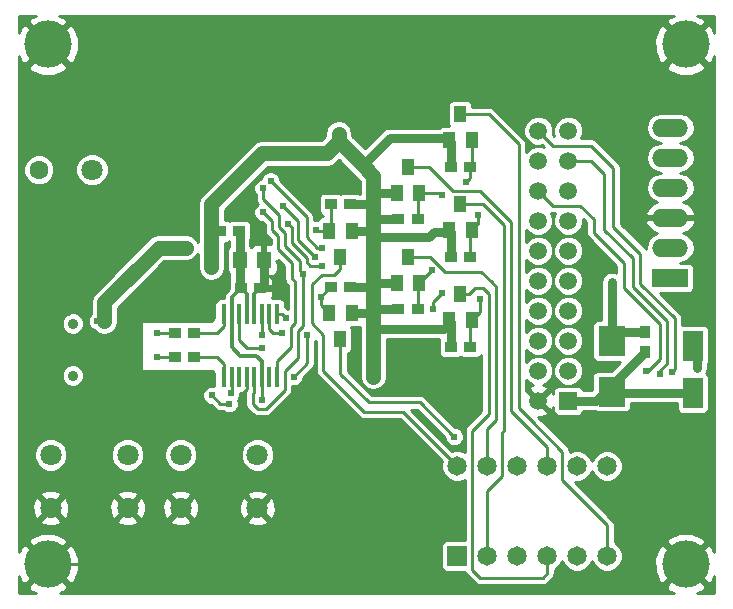
<source format=gbl>
G04 (created by PCBNEW (2013-07-07 BZR 4022)-stable) date 3/3/2015 11:44:29 PM*
%MOIN*%
G04 Gerber Fmt 3.4, Leading zero omitted, Abs format*
%FSLAX34Y34*%
G01*
G70*
G90*
G04 APERTURE LIST*
%ADD10C,0.00590551*%
%ADD11R,0.0393701X0.0374016*%
%ADD12C,0.0708661*%
%ADD13R,0.12X0.06*%
%ADD14O,0.12X0.06*%
%ADD15C,0.0629921*%
%ADD16C,0.0354*%
%ADD17R,0.0393701X0.0551181*%
%ADD18R,0.0905512X0.0984252*%
%ADD19R,0.0669291X0.0984252*%
%ADD20R,0.0374016X0.0393701*%
%ADD21R,0.0452756X0.0570866*%
%ADD22R,0.065X0.065*%
%ADD23C,0.065*%
%ADD24R,0.016X0.065*%
%ADD25R,0.0593X0.0593*%
%ADD26C,0.0590551*%
%ADD27C,0.0593*%
%ADD28C,0.15748*%
%ADD29C,0.024*%
%ADD30C,0.01*%
%ADD31C,0.03*%
%ADD32C,0.05*%
%ADD33C,0.025*%
%ADD34C,0.012*%
%ADD35C,0.02*%
G04 APERTURE END LIST*
G54D10*
G54D11*
X41574Y-45250D03*
X40925Y-45250D03*
G54D12*
X35929Y-50858D03*
X38488Y-50858D03*
X35929Y-52629D03*
X38488Y-52629D03*
G54D13*
X52250Y-44950D03*
G54D14*
X52250Y-43950D03*
X52250Y-42950D03*
X52250Y-41950D03*
X52250Y-40950D03*
X52250Y-39950D03*
G54D15*
X31200Y-41350D03*
G54D12*
X32971Y-41350D03*
G54D16*
X32335Y-46484D03*
X32335Y-48216D03*
G54D12*
X34157Y-52629D03*
X31598Y-52629D03*
X34157Y-50858D03*
X31598Y-50858D03*
G54D17*
X40875Y-43383D03*
X41624Y-43383D03*
X41250Y-44250D03*
X45624Y-46366D03*
X44875Y-46366D03*
X45250Y-45500D03*
X40875Y-46133D03*
X41624Y-46133D03*
X41250Y-47000D03*
X45624Y-40366D03*
X44875Y-40366D03*
X45250Y-39500D03*
X43874Y-42116D03*
X43125Y-42116D03*
X43500Y-41250D03*
X45624Y-43366D03*
X44875Y-43366D03*
X45250Y-42500D03*
X43874Y-45116D03*
X43125Y-45116D03*
X43500Y-44250D03*
G54D18*
X50300Y-48746D03*
X50300Y-47053D03*
G54D19*
X53000Y-47212D03*
X53000Y-48787D03*
G54D11*
X44925Y-44250D03*
X45574Y-44250D03*
X43175Y-43000D03*
X43824Y-43000D03*
X44925Y-41250D03*
X45574Y-41250D03*
X41574Y-42500D03*
X40925Y-42500D03*
X43175Y-46000D03*
X43824Y-46000D03*
X44925Y-47250D03*
X45574Y-47250D03*
X36374Y-47600D03*
X35725Y-47600D03*
X36374Y-46800D03*
X35725Y-46800D03*
X37874Y-43400D03*
X37225Y-43400D03*
G54D20*
X51400Y-46775D03*
X51400Y-47424D03*
G54D21*
X37896Y-44350D03*
X38703Y-44350D03*
G54D11*
X37925Y-45300D03*
X38574Y-45300D03*
G54D22*
X45141Y-54228D03*
G54D23*
X46141Y-54228D03*
X47141Y-54228D03*
X48141Y-54228D03*
X49141Y-54228D03*
X50141Y-54228D03*
X50141Y-51228D03*
X49141Y-51228D03*
X48141Y-51228D03*
X47141Y-51228D03*
X46141Y-51228D03*
X45141Y-51228D03*
G54D24*
X38375Y-48250D03*
X38125Y-48250D03*
X37875Y-48250D03*
X37625Y-48250D03*
X39125Y-46150D03*
X39125Y-48250D03*
X38875Y-48250D03*
X38625Y-48250D03*
X37375Y-46150D03*
X37625Y-46150D03*
X37875Y-46150D03*
X38125Y-46150D03*
X38375Y-46150D03*
X38625Y-46150D03*
X37375Y-48250D03*
X38875Y-46150D03*
G54D25*
X48850Y-49050D03*
G54D26*
X47850Y-49050D03*
G54D27*
X48850Y-48050D03*
X47850Y-48050D03*
X48850Y-47050D03*
X47850Y-47050D03*
X48850Y-46050D03*
X47850Y-46050D03*
X48850Y-45050D03*
X47850Y-45050D03*
X48850Y-44050D03*
X47850Y-44050D03*
X48850Y-43050D03*
X47850Y-43050D03*
X48850Y-42050D03*
X47850Y-42050D03*
X48850Y-41050D03*
X47850Y-41050D03*
X48850Y-40050D03*
X47850Y-40050D03*
G54D28*
X31500Y-37177D03*
X52759Y-37177D03*
X31500Y-54500D03*
X52759Y-54500D03*
G54D29*
X42350Y-48250D03*
X42350Y-48000D03*
X36950Y-44650D03*
X41200Y-40400D03*
X41200Y-40150D03*
X36975Y-48875D03*
X37550Y-49150D03*
X38625Y-49025D03*
X45050Y-50250D03*
X35150Y-47600D03*
X35150Y-46800D03*
X51450Y-48050D03*
X38675Y-42775D03*
X52300Y-48100D03*
X38675Y-41975D03*
X40000Y-44825D03*
X40450Y-43350D03*
X44300Y-44700D03*
X45850Y-42850D03*
X39500Y-43150D03*
X40650Y-44550D03*
X44650Y-42200D03*
X45900Y-45650D03*
X44650Y-45450D03*
X44350Y-46000D03*
X40600Y-45600D03*
X39350Y-42550D03*
X40400Y-44250D03*
X45450Y-41750D03*
X38925Y-41725D03*
X40650Y-43950D03*
X51900Y-48150D03*
X39700Y-48250D03*
X40150Y-46875D03*
X36200Y-44600D03*
X38250Y-42100D03*
X37600Y-42800D03*
X35100Y-45350D03*
X35950Y-50100D03*
X37550Y-50300D03*
X41500Y-54500D03*
X44000Y-54500D03*
X47550Y-55350D03*
X49250Y-55350D03*
X51000Y-55350D03*
X45600Y-55350D03*
X53500Y-44250D03*
X53500Y-42250D03*
X53500Y-40250D03*
X44100Y-39600D03*
X38850Y-38950D03*
X32350Y-44600D03*
X36400Y-39950D03*
X34250Y-40500D03*
X32000Y-40500D03*
X34250Y-42250D03*
X32100Y-42350D03*
X31250Y-46700D03*
X32950Y-50150D03*
X31250Y-48050D03*
X34550Y-49200D03*
X35450Y-48250D03*
X45700Y-48000D03*
X45500Y-38250D03*
X47500Y-38250D03*
X49000Y-38250D03*
X50250Y-40250D03*
X50250Y-38750D03*
X50250Y-37250D03*
X48500Y-37250D03*
X46500Y-37250D03*
X44750Y-37250D03*
X43000Y-37250D03*
X41500Y-37250D03*
X39750Y-37250D03*
X38000Y-37250D03*
X36250Y-37250D03*
X34750Y-37250D03*
X33000Y-37250D03*
X52500Y-50500D03*
X53000Y-51500D03*
X52000Y-52000D03*
X44775Y-48000D03*
X45000Y-49250D03*
X44250Y-51250D03*
X39500Y-53000D03*
X43500Y-53000D03*
X41500Y-53000D03*
X39500Y-54500D03*
X37500Y-54500D03*
X35500Y-54500D03*
X33500Y-54500D03*
X38050Y-49225D03*
X39250Y-45300D03*
X34100Y-48150D03*
X53150Y-47950D03*
X50300Y-45400D03*
X50300Y-45100D03*
X39300Y-46800D03*
X38650Y-46850D03*
X37600Y-48800D03*
X39450Y-46300D03*
X38650Y-47300D03*
X33375Y-46400D03*
X35850Y-43950D03*
X36100Y-43950D03*
X33150Y-46400D03*
G54D30*
X37225Y-43400D02*
X37175Y-43350D01*
X37175Y-43350D02*
X36950Y-43350D01*
X49774Y-49050D02*
X50078Y-48746D01*
X50078Y-48746D02*
X50300Y-48746D01*
G54D31*
X44925Y-41250D02*
X44925Y-40415D01*
X42900Y-40300D02*
X42000Y-41200D01*
X44809Y-40300D02*
X42900Y-40300D01*
X44925Y-40415D02*
X44809Y-40300D01*
X41574Y-42500D02*
X42350Y-42500D01*
X43125Y-42116D02*
X42350Y-42116D01*
X43175Y-43000D02*
X42350Y-43000D01*
X41624Y-43383D02*
X42350Y-43383D01*
X44925Y-44250D02*
X44925Y-43415D01*
X44200Y-43600D02*
X42350Y-43600D01*
X44384Y-43415D02*
X44200Y-43600D01*
X44925Y-43415D02*
X44384Y-43415D01*
X44925Y-47250D02*
X44925Y-46415D01*
X44690Y-46650D02*
X42350Y-46650D01*
X44925Y-46415D02*
X44690Y-46650D01*
X41574Y-45250D02*
X42216Y-45250D01*
X42216Y-45250D02*
X42350Y-45116D01*
X43125Y-45116D02*
X42350Y-45116D01*
X43175Y-46000D02*
X42350Y-46000D01*
X42350Y-46000D02*
X42350Y-46133D01*
X41624Y-46133D02*
X42350Y-46133D01*
X42350Y-46133D02*
X42350Y-46133D01*
X42350Y-46133D02*
X42350Y-46150D01*
X50300Y-48746D02*
X50340Y-48787D01*
X50340Y-48787D02*
X53000Y-48787D01*
X50878Y-47946D02*
X49774Y-49050D01*
X48850Y-49050D02*
X49196Y-49050D01*
X50878Y-47946D02*
X51400Y-47424D01*
X49774Y-49050D02*
X49196Y-49050D01*
G54D32*
X42350Y-48000D02*
X42350Y-48250D01*
X42350Y-41550D02*
X42350Y-42116D01*
X42350Y-42116D02*
X42350Y-42500D01*
X42350Y-42500D02*
X42350Y-43000D01*
X42350Y-43000D02*
X42350Y-43383D01*
X42350Y-43383D02*
X42350Y-43600D01*
X42350Y-43600D02*
X42350Y-45116D01*
X42350Y-45116D02*
X42350Y-46150D01*
X42350Y-46150D02*
X42350Y-46650D01*
X42350Y-46650D02*
X42350Y-48000D01*
X41200Y-40400D02*
X42000Y-41200D01*
X42000Y-41200D02*
X42350Y-41550D01*
X38550Y-40900D02*
X38650Y-40800D01*
G54D33*
X36950Y-44650D02*
X36950Y-44600D01*
G54D32*
X36950Y-42500D02*
X36950Y-43350D01*
X36950Y-43350D02*
X36950Y-44600D01*
X38550Y-40900D02*
X36950Y-42500D01*
X40800Y-40800D02*
X41200Y-40400D01*
X38650Y-40800D02*
X40800Y-40800D01*
X41200Y-40150D02*
X41200Y-40400D01*
G54D30*
X37874Y-43400D02*
X37896Y-43421D01*
X37896Y-43421D02*
X37896Y-44350D01*
X37250Y-49150D02*
X36975Y-48875D01*
X37550Y-49150D02*
X37250Y-49150D01*
X38625Y-48925D02*
X38625Y-49025D01*
X38625Y-48250D02*
X38625Y-48925D01*
G54D34*
X38125Y-46150D02*
X38125Y-45499D01*
X38125Y-45499D02*
X37925Y-45300D01*
X37625Y-46150D02*
X37625Y-45600D01*
X37625Y-45600D02*
X37925Y-45300D01*
X37625Y-46150D02*
X37625Y-47275D01*
X38625Y-47725D02*
X38625Y-48250D01*
X38450Y-47550D02*
X38625Y-47725D01*
X37900Y-47550D02*
X38450Y-47550D01*
X37625Y-47275D02*
X37900Y-47550D01*
G54D31*
X37900Y-43374D02*
X37900Y-45274D01*
X37900Y-45274D02*
X37925Y-45300D01*
G54D30*
X37925Y-45300D02*
X37900Y-45300D01*
X40675Y-46850D02*
X40300Y-46475D01*
X40300Y-45175D02*
X40625Y-44850D01*
X40300Y-46475D02*
X40300Y-45175D01*
X40675Y-47350D02*
X40675Y-48050D01*
X40675Y-46850D02*
X40675Y-47350D01*
X41250Y-44650D02*
X41050Y-44850D01*
X41250Y-44250D02*
X41250Y-44650D01*
X41050Y-44850D02*
X40625Y-44850D01*
X43338Y-49425D02*
X45141Y-51228D01*
X42050Y-49425D02*
X43338Y-49425D01*
X40675Y-48050D02*
X42050Y-49425D01*
X46450Y-46650D02*
X46450Y-49700D01*
X46450Y-45250D02*
X46450Y-46650D01*
X44750Y-44750D02*
X45950Y-44750D01*
X44250Y-44250D02*
X44750Y-44750D01*
X43500Y-44250D02*
X44250Y-44250D01*
X45950Y-44750D02*
X46300Y-45100D01*
X46300Y-45100D02*
X46450Y-45250D01*
X46141Y-50008D02*
X46141Y-51228D01*
X46450Y-49700D02*
X46141Y-50008D01*
X46700Y-49200D02*
X46700Y-50050D01*
X46200Y-42700D02*
X46700Y-43200D01*
X46000Y-42500D02*
X46200Y-42700D01*
X45250Y-42500D02*
X46000Y-42500D01*
X46700Y-43200D02*
X46700Y-46200D01*
X46700Y-49200D02*
X46700Y-46200D01*
X46141Y-52058D02*
X46141Y-54228D01*
X46650Y-51550D02*
X46141Y-52058D01*
X46650Y-50100D02*
X46650Y-51550D01*
X46700Y-50050D02*
X46650Y-50100D01*
X46950Y-46100D02*
X46950Y-49400D01*
X46950Y-43100D02*
X46950Y-46100D01*
X43500Y-41250D02*
X44200Y-41250D01*
X45900Y-42050D02*
X46050Y-42200D01*
X45000Y-42050D02*
X45900Y-42050D01*
X44200Y-41250D02*
X45000Y-42050D01*
X46050Y-42200D02*
X46950Y-43100D01*
X48141Y-50591D02*
X48141Y-51228D01*
X46950Y-49400D02*
X48141Y-50591D01*
X46200Y-47500D02*
X46200Y-49500D01*
X45550Y-45500D02*
X45750Y-45300D01*
X45750Y-45300D02*
X46000Y-45300D01*
X46000Y-45300D02*
X46200Y-45500D01*
X46200Y-45500D02*
X46200Y-47500D01*
X45250Y-45500D02*
X45550Y-45500D01*
X48141Y-54808D02*
X48141Y-54228D01*
X48000Y-54950D02*
X48141Y-54808D01*
X45900Y-54950D02*
X48000Y-54950D01*
X45650Y-54700D02*
X45900Y-54950D01*
X45650Y-50050D02*
X45650Y-54700D01*
X46200Y-49500D02*
X45650Y-50050D01*
X42200Y-49100D02*
X43900Y-49100D01*
X43900Y-49100D02*
X45050Y-50250D01*
X41250Y-47000D02*
X41250Y-48150D01*
X41250Y-48150D02*
X42200Y-49100D01*
X47600Y-49700D02*
X48650Y-50750D01*
X47200Y-49300D02*
X47600Y-49700D01*
X47200Y-42350D02*
X47200Y-46050D01*
X46200Y-39500D02*
X47200Y-40500D01*
X47200Y-40500D02*
X47200Y-42350D01*
X45250Y-39500D02*
X46200Y-39500D01*
X47200Y-46050D02*
X47200Y-49300D01*
X50141Y-53191D02*
X50141Y-54228D01*
X48650Y-51700D02*
X50141Y-53191D01*
X48650Y-50750D02*
X48650Y-51700D01*
X35725Y-47600D02*
X35150Y-47600D01*
X36374Y-47600D02*
X37150Y-47600D01*
X37375Y-47825D02*
X37375Y-48250D01*
X37150Y-47600D02*
X37375Y-47825D01*
X35150Y-46800D02*
X35725Y-46800D01*
X37375Y-46150D02*
X37375Y-46575D01*
X37150Y-46800D02*
X36374Y-46800D01*
X37375Y-46575D02*
X37150Y-46800D01*
X50700Y-44550D02*
X50700Y-44450D01*
X51900Y-46500D02*
X50700Y-45300D01*
X50700Y-45300D02*
X50700Y-44550D01*
X51450Y-48050D02*
X51500Y-48050D01*
X51500Y-48050D02*
X51900Y-47650D01*
X51900Y-47650D02*
X51900Y-46500D01*
X48350Y-42550D02*
X47850Y-42050D01*
X49250Y-42550D02*
X48350Y-42550D01*
X49700Y-43000D02*
X49250Y-42550D01*
X49700Y-43450D02*
X49700Y-43000D01*
X50700Y-44450D02*
X49700Y-43450D01*
X39600Y-46600D02*
X39750Y-46450D01*
X39125Y-47725D02*
X39600Y-47250D01*
X39600Y-47250D02*
X39600Y-46600D01*
X39125Y-48250D02*
X39125Y-47725D01*
X38975Y-43075D02*
X38675Y-42775D01*
X38975Y-43375D02*
X38975Y-43075D01*
X39175Y-43575D02*
X38975Y-43375D01*
X39175Y-44000D02*
X39175Y-43575D01*
X39625Y-44450D02*
X39175Y-44000D01*
X39625Y-44975D02*
X39625Y-44450D01*
X39750Y-45100D02*
X39625Y-44975D01*
X39750Y-46175D02*
X39750Y-45100D01*
X39750Y-46450D02*
X39750Y-46175D01*
X51250Y-45150D02*
X51250Y-44150D01*
X52400Y-46300D02*
X51250Y-45150D01*
X52300Y-48100D02*
X52400Y-48000D01*
X52400Y-48000D02*
X52400Y-46450D01*
X52400Y-46450D02*
X52400Y-46300D01*
X48350Y-40550D02*
X47850Y-40050D01*
X49600Y-40550D02*
X48350Y-40550D01*
X50350Y-41300D02*
X49600Y-40550D01*
X50350Y-43250D02*
X50350Y-41300D01*
X51250Y-44150D02*
X50350Y-43250D01*
X39850Y-46900D02*
X39850Y-46725D01*
X40000Y-46575D02*
X40000Y-44825D01*
X39850Y-46725D02*
X40000Y-46575D01*
X39200Y-42850D02*
X39200Y-43275D01*
X39200Y-42850D02*
X38675Y-42325D01*
X38675Y-42325D02*
X38675Y-41975D01*
X39200Y-43275D02*
X39400Y-43475D01*
X39400Y-43475D02*
X39400Y-43900D01*
X39400Y-43900D02*
X39900Y-44400D01*
X39900Y-44400D02*
X39900Y-44725D01*
X39900Y-44725D02*
X40000Y-44825D01*
X38325Y-48825D02*
X38325Y-49150D01*
X38325Y-49150D02*
X38500Y-49325D01*
X38500Y-49325D02*
X38775Y-49325D01*
X38775Y-49325D02*
X39400Y-48700D01*
X39400Y-48700D02*
X39400Y-48075D01*
X39400Y-48075D02*
X39850Y-47625D01*
X39850Y-47625D02*
X39850Y-46900D01*
X38375Y-48775D02*
X38375Y-48250D01*
X38375Y-48775D02*
X38325Y-48825D01*
X40483Y-43383D02*
X40875Y-43383D01*
X40450Y-43350D02*
X40483Y-43383D01*
X40925Y-42500D02*
X40925Y-43334D01*
X40925Y-43334D02*
X40875Y-43383D01*
X43824Y-46000D02*
X43824Y-45165D01*
X43824Y-45165D02*
X43874Y-45116D01*
X44245Y-44745D02*
X44290Y-44700D01*
X44290Y-44700D02*
X44300Y-44700D01*
X44250Y-44740D02*
X44245Y-44745D01*
X44245Y-44745D02*
X43874Y-45116D01*
X45574Y-44250D02*
X45574Y-43415D01*
X45574Y-43415D02*
X45624Y-43366D01*
X45850Y-43140D02*
X45624Y-43366D01*
X45850Y-42850D02*
X45850Y-43140D01*
X39500Y-43150D02*
X39625Y-43275D01*
X40250Y-44550D02*
X40650Y-44550D01*
X40125Y-44425D02*
X40250Y-44550D01*
X40125Y-44300D02*
X40125Y-44425D01*
X39625Y-43800D02*
X40125Y-44300D01*
X39625Y-43275D02*
X39625Y-43800D01*
X43824Y-43000D02*
X43824Y-42165D01*
X43824Y-42165D02*
X43874Y-42116D01*
X43874Y-42116D02*
X44566Y-42116D01*
X44566Y-42116D02*
X44650Y-42200D01*
X45574Y-47250D02*
X45574Y-46415D01*
X45574Y-46415D02*
X45624Y-46366D01*
X45900Y-46090D02*
X45900Y-45650D01*
X45624Y-46366D02*
X45900Y-46090D01*
X44650Y-45450D02*
X44350Y-45750D01*
X44350Y-45750D02*
X44350Y-46000D01*
X40600Y-45600D02*
X40600Y-45857D01*
X40600Y-45857D02*
X40875Y-46133D01*
X40925Y-45250D02*
X40600Y-45575D01*
X40600Y-45575D02*
X40600Y-45600D01*
X39850Y-43050D02*
X39850Y-43700D01*
X39350Y-42550D02*
X39850Y-43050D01*
X39850Y-43700D02*
X40400Y-44250D01*
X45624Y-40366D02*
X45624Y-41200D01*
X45624Y-41200D02*
X45574Y-41250D01*
X45574Y-41625D02*
X45574Y-41250D01*
X45450Y-41750D02*
X45574Y-41625D01*
X40475Y-43950D02*
X40125Y-43600D01*
X40125Y-43600D02*
X40125Y-42925D01*
X40125Y-42925D02*
X38925Y-41725D01*
X40650Y-43950D02*
X40475Y-43950D01*
X51000Y-44400D02*
X51000Y-44300D01*
X52150Y-46400D02*
X51000Y-45250D01*
X51000Y-45250D02*
X51000Y-44400D01*
X51900Y-48150D02*
X51900Y-48050D01*
X52150Y-47800D02*
X52150Y-46450D01*
X51900Y-48050D02*
X52150Y-47800D01*
X52150Y-46450D02*
X52150Y-46400D01*
X49600Y-41050D02*
X48850Y-41050D01*
X50050Y-41500D02*
X49600Y-41050D01*
X50050Y-43350D02*
X50050Y-41500D01*
X51000Y-44300D02*
X50050Y-43350D01*
X39700Y-48250D02*
X40150Y-47800D01*
X40150Y-47800D02*
X40150Y-46875D01*
X37600Y-42800D02*
X37600Y-42750D01*
X38703Y-43403D02*
X38100Y-42800D01*
X38100Y-42800D02*
X37600Y-42800D01*
X38703Y-44350D02*
X38703Y-43403D01*
X37600Y-42750D02*
X38250Y-42100D01*
X47500Y-38250D02*
X45500Y-38250D01*
X50250Y-39500D02*
X49000Y-38250D01*
X50250Y-40250D02*
X50250Y-39500D01*
X50250Y-37250D02*
X50250Y-38750D01*
X46500Y-37250D02*
X48500Y-37250D01*
X43000Y-37250D02*
X44750Y-37250D01*
X39750Y-37250D02*
X41500Y-37250D01*
X36250Y-37250D02*
X38000Y-37250D01*
X33000Y-37250D02*
X34750Y-37250D01*
X52759Y-54500D02*
X52000Y-53740D01*
X53000Y-51000D02*
X52500Y-50500D01*
X53000Y-51500D02*
X53000Y-51000D01*
X52000Y-53740D02*
X52000Y-52000D01*
X44775Y-48000D02*
X45000Y-48225D01*
X45000Y-48225D02*
X45000Y-49250D01*
X41500Y-54500D02*
X41500Y-53000D01*
X43500Y-53000D02*
X39500Y-53000D01*
X31500Y-54500D02*
X33500Y-54500D01*
X39500Y-54500D02*
X41500Y-54500D01*
X35500Y-54500D02*
X37500Y-54500D01*
X37950Y-49125D02*
X38050Y-49225D01*
X37950Y-48850D02*
X37950Y-49025D01*
X38125Y-48250D02*
X38125Y-48675D01*
X38125Y-48675D02*
X37950Y-48850D01*
X37950Y-49025D02*
X37950Y-49125D01*
G54D31*
X38703Y-44350D02*
X38703Y-45171D01*
X38703Y-45171D02*
X38574Y-45300D01*
G54D34*
X38375Y-46150D02*
X38375Y-45499D01*
X38375Y-45499D02*
X38574Y-45300D01*
G54D35*
X38574Y-45300D02*
X39250Y-45300D01*
G54D31*
X53000Y-47212D02*
X53150Y-47362D01*
X53150Y-47362D02*
X53150Y-47950D01*
X50300Y-45100D02*
X50300Y-45400D01*
X50300Y-47053D02*
X50300Y-45400D01*
X51400Y-46775D02*
X50021Y-46775D01*
X50021Y-46775D02*
X50300Y-47053D01*
G54D30*
X38875Y-46150D02*
X38875Y-46675D01*
X39000Y-46800D02*
X39300Y-46800D01*
X39300Y-46800D02*
X39350Y-46800D01*
X38875Y-46675D02*
X39000Y-46800D01*
X38650Y-46850D02*
X38625Y-46850D01*
X38625Y-46150D02*
X38625Y-46850D01*
X38625Y-46850D02*
X38625Y-46825D01*
X37600Y-48800D02*
X37625Y-48775D01*
X37625Y-48250D02*
X37625Y-48775D01*
X39125Y-46150D02*
X39300Y-46150D01*
X39300Y-46150D02*
X39450Y-46300D01*
X37875Y-47025D02*
X37875Y-46150D01*
X37875Y-47025D02*
X38150Y-47300D01*
X38150Y-47300D02*
X38650Y-47300D01*
G54D32*
X35850Y-43950D02*
X35200Y-43950D01*
X33375Y-45775D02*
X33375Y-46400D01*
X33375Y-45775D02*
X35200Y-43950D01*
X36100Y-43950D02*
X35850Y-43950D01*
G54D10*
G36*
X39500Y-45980D02*
X39483Y-45980D01*
X39476Y-45973D01*
X39405Y-45925D01*
X39405Y-45785D01*
X39374Y-45711D01*
X39318Y-45655D01*
X39244Y-45625D01*
X39179Y-45624D01*
X39165Y-45624D01*
X39005Y-45624D01*
X39000Y-45627D01*
X38994Y-45625D01*
X38985Y-45625D01*
X39021Y-45536D01*
X39021Y-45437D01*
X39021Y-45412D01*
X38959Y-45350D01*
X38624Y-45350D01*
X38624Y-45357D01*
X38524Y-45357D01*
X38524Y-45350D01*
X38516Y-45350D01*
X38516Y-45250D01*
X38524Y-45250D01*
X38524Y-45242D01*
X38624Y-45242D01*
X38624Y-45250D01*
X38959Y-45250D01*
X39021Y-45187D01*
X39021Y-45162D01*
X39021Y-45063D01*
X38983Y-44971D01*
X38913Y-44900D01*
X38875Y-44885D01*
X38979Y-44885D01*
X39071Y-44847D01*
X39141Y-44777D01*
X39179Y-44685D01*
X39179Y-44585D01*
X39179Y-44462D01*
X39117Y-44400D01*
X39179Y-44400D01*
X39179Y-44358D01*
X39375Y-44553D01*
X39375Y-44975D01*
X39394Y-45070D01*
X39448Y-45151D01*
X39500Y-45203D01*
X39500Y-45980D01*
X39500Y-45980D01*
G37*
G54D30*
X39500Y-45980D02*
X39483Y-45980D01*
X39476Y-45973D01*
X39405Y-45925D01*
X39405Y-45785D01*
X39374Y-45711D01*
X39318Y-45655D01*
X39244Y-45625D01*
X39179Y-45624D01*
X39165Y-45624D01*
X39005Y-45624D01*
X39000Y-45627D01*
X38994Y-45625D01*
X38985Y-45625D01*
X39021Y-45536D01*
X39021Y-45437D01*
X39021Y-45412D01*
X38959Y-45350D01*
X38624Y-45350D01*
X38624Y-45357D01*
X38524Y-45357D01*
X38524Y-45350D01*
X38516Y-45350D01*
X38516Y-45250D01*
X38524Y-45250D01*
X38524Y-45242D01*
X38624Y-45242D01*
X38624Y-45250D01*
X38959Y-45250D01*
X39021Y-45187D01*
X39021Y-45162D01*
X39021Y-45063D01*
X38983Y-44971D01*
X38913Y-44900D01*
X38875Y-44885D01*
X38979Y-44885D01*
X39071Y-44847D01*
X39141Y-44777D01*
X39179Y-44685D01*
X39179Y-44585D01*
X39179Y-44462D01*
X39117Y-44400D01*
X39179Y-44400D01*
X39179Y-44358D01*
X39375Y-44553D01*
X39375Y-44975D01*
X39394Y-45070D01*
X39448Y-45151D01*
X39500Y-45203D01*
X39500Y-45980D01*
G54D10*
G36*
X41900Y-42150D02*
X41891Y-42150D01*
X41885Y-42143D01*
X41811Y-42113D01*
X41732Y-42112D01*
X41338Y-42112D01*
X41264Y-42143D01*
X41250Y-42158D01*
X41235Y-42143D01*
X41162Y-42113D01*
X41082Y-42112D01*
X40688Y-42112D01*
X40615Y-42143D01*
X40558Y-42199D01*
X40528Y-42273D01*
X40528Y-42352D01*
X40528Y-42726D01*
X40558Y-42800D01*
X40614Y-42856D01*
X40675Y-42881D01*
X40675Y-42908D01*
X40639Y-42908D01*
X40565Y-42938D01*
X40509Y-42994D01*
X40495Y-43030D01*
X40386Y-43029D01*
X40375Y-43034D01*
X40375Y-42925D01*
X40374Y-42924D01*
X40375Y-42924D01*
X40371Y-42905D01*
X40355Y-42829D01*
X40355Y-42829D01*
X40301Y-42748D01*
X40301Y-42748D01*
X39245Y-41691D01*
X39245Y-41661D01*
X39196Y-41543D01*
X39106Y-41453D01*
X38988Y-41405D01*
X38861Y-41404D01*
X38743Y-41453D01*
X38653Y-41543D01*
X38606Y-41656D01*
X38493Y-41703D01*
X38403Y-41793D01*
X38355Y-41911D01*
X38354Y-42038D01*
X38403Y-42156D01*
X38425Y-42177D01*
X38425Y-42325D01*
X38444Y-42420D01*
X38498Y-42501D01*
X38498Y-42501D01*
X38493Y-42503D01*
X38403Y-42593D01*
X38355Y-42711D01*
X38354Y-42838D01*
X38403Y-42956D01*
X38493Y-43046D01*
X38611Y-43094D01*
X38641Y-43094D01*
X38725Y-43178D01*
X38725Y-43375D01*
X38744Y-43470D01*
X38798Y-43551D01*
X38925Y-43678D01*
X38925Y-43814D01*
X38816Y-43814D01*
X38753Y-43877D01*
X38753Y-44300D01*
X38761Y-44300D01*
X38761Y-44400D01*
X38753Y-44400D01*
X38753Y-44407D01*
X38653Y-44407D01*
X38653Y-44400D01*
X38645Y-44400D01*
X38645Y-44300D01*
X38653Y-44300D01*
X38653Y-43877D01*
X38591Y-43814D01*
X38427Y-43814D01*
X38335Y-43852D01*
X38265Y-43922D01*
X38264Y-43923D01*
X38250Y-43908D01*
X38250Y-43679D01*
X38271Y-43626D01*
X38271Y-43547D01*
X38271Y-43173D01*
X38241Y-43099D01*
X38185Y-43043D01*
X38111Y-43013D01*
X38032Y-43012D01*
X37638Y-43012D01*
X37564Y-43043D01*
X37550Y-43058D01*
X37535Y-43043D01*
X37462Y-43013D01*
X37400Y-43012D01*
X37400Y-42686D01*
X38836Y-41250D01*
X40800Y-41250D01*
X40972Y-41215D01*
X41118Y-41118D01*
X41199Y-41036D01*
X41681Y-41518D01*
X41681Y-41518D01*
X41900Y-41736D01*
X41900Y-42116D01*
X41900Y-42150D01*
X41900Y-42150D01*
G37*
G54D30*
X41900Y-42150D02*
X41891Y-42150D01*
X41885Y-42143D01*
X41811Y-42113D01*
X41732Y-42112D01*
X41338Y-42112D01*
X41264Y-42143D01*
X41250Y-42158D01*
X41235Y-42143D01*
X41162Y-42113D01*
X41082Y-42112D01*
X40688Y-42112D01*
X40615Y-42143D01*
X40558Y-42199D01*
X40528Y-42273D01*
X40528Y-42352D01*
X40528Y-42726D01*
X40558Y-42800D01*
X40614Y-42856D01*
X40675Y-42881D01*
X40675Y-42908D01*
X40639Y-42908D01*
X40565Y-42938D01*
X40509Y-42994D01*
X40495Y-43030D01*
X40386Y-43029D01*
X40375Y-43034D01*
X40375Y-42925D01*
X40374Y-42924D01*
X40375Y-42924D01*
X40371Y-42905D01*
X40355Y-42829D01*
X40355Y-42829D01*
X40301Y-42748D01*
X40301Y-42748D01*
X39245Y-41691D01*
X39245Y-41661D01*
X39196Y-41543D01*
X39106Y-41453D01*
X38988Y-41405D01*
X38861Y-41404D01*
X38743Y-41453D01*
X38653Y-41543D01*
X38606Y-41656D01*
X38493Y-41703D01*
X38403Y-41793D01*
X38355Y-41911D01*
X38354Y-42038D01*
X38403Y-42156D01*
X38425Y-42177D01*
X38425Y-42325D01*
X38444Y-42420D01*
X38498Y-42501D01*
X38498Y-42501D01*
X38493Y-42503D01*
X38403Y-42593D01*
X38355Y-42711D01*
X38354Y-42838D01*
X38403Y-42956D01*
X38493Y-43046D01*
X38611Y-43094D01*
X38641Y-43094D01*
X38725Y-43178D01*
X38725Y-43375D01*
X38744Y-43470D01*
X38798Y-43551D01*
X38925Y-43678D01*
X38925Y-43814D01*
X38816Y-43814D01*
X38753Y-43877D01*
X38753Y-44300D01*
X38761Y-44300D01*
X38761Y-44400D01*
X38753Y-44400D01*
X38753Y-44407D01*
X38653Y-44407D01*
X38653Y-44400D01*
X38645Y-44400D01*
X38645Y-44300D01*
X38653Y-44300D01*
X38653Y-43877D01*
X38591Y-43814D01*
X38427Y-43814D01*
X38335Y-43852D01*
X38265Y-43922D01*
X38264Y-43923D01*
X38250Y-43908D01*
X38250Y-43679D01*
X38271Y-43626D01*
X38271Y-43547D01*
X38271Y-43173D01*
X38241Y-43099D01*
X38185Y-43043D01*
X38111Y-43013D01*
X38032Y-43012D01*
X37638Y-43012D01*
X37564Y-43043D01*
X37550Y-43058D01*
X37535Y-43043D01*
X37462Y-43013D01*
X37400Y-43012D01*
X37400Y-42686D01*
X38836Y-41250D01*
X40800Y-41250D01*
X40972Y-41215D01*
X41118Y-41118D01*
X41199Y-41036D01*
X41681Y-41518D01*
X41681Y-41518D01*
X41900Y-41736D01*
X41900Y-42116D01*
X41900Y-42150D01*
G54D10*
G36*
X45950Y-49396D02*
X45473Y-49873D01*
X45419Y-49954D01*
X45400Y-50050D01*
X45400Y-50767D01*
X45246Y-50703D01*
X45037Y-50703D01*
X44989Y-50723D01*
X43616Y-49350D01*
X43796Y-49350D01*
X44729Y-50283D01*
X44729Y-50313D01*
X44778Y-50431D01*
X44868Y-50521D01*
X44986Y-50569D01*
X45113Y-50570D01*
X45231Y-50521D01*
X45321Y-50431D01*
X45369Y-50313D01*
X45370Y-50186D01*
X45321Y-50068D01*
X45231Y-49978D01*
X45113Y-49930D01*
X45083Y-49930D01*
X44076Y-48923D01*
X43995Y-48869D01*
X43900Y-48850D01*
X42303Y-48850D01*
X41500Y-48046D01*
X41500Y-47470D01*
X41559Y-47445D01*
X41616Y-47389D01*
X41646Y-47315D01*
X41646Y-47235D01*
X41646Y-46684D01*
X41616Y-46611D01*
X41614Y-46609D01*
X41860Y-46609D01*
X41900Y-46593D01*
X41900Y-46650D01*
X41900Y-48000D01*
X41900Y-48250D01*
X41934Y-48422D01*
X42031Y-48568D01*
X42177Y-48665D01*
X42350Y-48700D01*
X42522Y-48665D01*
X42668Y-48568D01*
X42765Y-48422D01*
X42800Y-48250D01*
X42800Y-48000D01*
X42800Y-47000D01*
X44537Y-47000D01*
X44528Y-47023D01*
X44528Y-47102D01*
X44528Y-47476D01*
X44558Y-47550D01*
X44614Y-47606D01*
X44688Y-47636D01*
X44767Y-47637D01*
X45161Y-47637D01*
X45235Y-47606D01*
X45249Y-47591D01*
X45264Y-47606D01*
X45337Y-47636D01*
X45417Y-47637D01*
X45811Y-47637D01*
X45884Y-47606D01*
X45941Y-47550D01*
X45950Y-47529D01*
X45950Y-49396D01*
X45950Y-49396D01*
G37*
G54D30*
X45950Y-49396D02*
X45473Y-49873D01*
X45419Y-49954D01*
X45400Y-50050D01*
X45400Y-50767D01*
X45246Y-50703D01*
X45037Y-50703D01*
X44989Y-50723D01*
X43616Y-49350D01*
X43796Y-49350D01*
X44729Y-50283D01*
X44729Y-50313D01*
X44778Y-50431D01*
X44868Y-50521D01*
X44986Y-50569D01*
X45113Y-50570D01*
X45231Y-50521D01*
X45321Y-50431D01*
X45369Y-50313D01*
X45370Y-50186D01*
X45321Y-50068D01*
X45231Y-49978D01*
X45113Y-49930D01*
X45083Y-49930D01*
X44076Y-48923D01*
X43995Y-48869D01*
X43900Y-48850D01*
X42303Y-48850D01*
X41500Y-48046D01*
X41500Y-47470D01*
X41559Y-47445D01*
X41616Y-47389D01*
X41646Y-47315D01*
X41646Y-47235D01*
X41646Y-46684D01*
X41616Y-46611D01*
X41614Y-46609D01*
X41860Y-46609D01*
X41900Y-46593D01*
X41900Y-46650D01*
X41900Y-48000D01*
X41900Y-48250D01*
X41934Y-48422D01*
X42031Y-48568D01*
X42177Y-48665D01*
X42350Y-48700D01*
X42522Y-48665D01*
X42668Y-48568D01*
X42765Y-48422D01*
X42800Y-48250D01*
X42800Y-48000D01*
X42800Y-47000D01*
X44537Y-47000D01*
X44528Y-47023D01*
X44528Y-47102D01*
X44528Y-47476D01*
X44558Y-47550D01*
X44614Y-47606D01*
X44688Y-47636D01*
X44767Y-47637D01*
X45161Y-47637D01*
X45235Y-47606D01*
X45249Y-47591D01*
X45264Y-47606D01*
X45337Y-47636D01*
X45417Y-47637D01*
X45811Y-47637D01*
X45884Y-47606D01*
X45941Y-47550D01*
X45950Y-47529D01*
X45950Y-49396D01*
G54D10*
G36*
X53721Y-55461D02*
X53153Y-55461D01*
X53340Y-55384D01*
X53427Y-55238D01*
X52759Y-54570D01*
X52689Y-54641D01*
X52689Y-54500D01*
X52021Y-53832D01*
X51875Y-53919D01*
X51720Y-54301D01*
X51724Y-54714D01*
X51875Y-55080D01*
X52021Y-55167D01*
X52689Y-54500D01*
X52689Y-54641D01*
X52092Y-55238D01*
X52179Y-55384D01*
X52370Y-55461D01*
X39097Y-55461D01*
X39097Y-52724D01*
X39086Y-52484D01*
X39042Y-52377D01*
X39042Y-50748D01*
X38958Y-50544D01*
X38802Y-50388D01*
X38598Y-50304D01*
X38378Y-50303D01*
X38174Y-50388D01*
X38018Y-50543D01*
X37933Y-50747D01*
X37933Y-50968D01*
X38017Y-51171D01*
X38173Y-51327D01*
X38377Y-51412D01*
X38597Y-51412D01*
X38801Y-51328D01*
X38957Y-51172D01*
X39042Y-50969D01*
X39042Y-50748D01*
X39042Y-52377D01*
X39014Y-52309D01*
X38913Y-52275D01*
X38842Y-52346D01*
X38842Y-52204D01*
X38808Y-52103D01*
X38582Y-52021D01*
X38342Y-52031D01*
X38167Y-52103D01*
X38133Y-52204D01*
X38488Y-52559D01*
X38842Y-52204D01*
X38842Y-52346D01*
X38558Y-52629D01*
X38913Y-52984D01*
X39014Y-52950D01*
X39097Y-52724D01*
X39097Y-55461D01*
X38842Y-55461D01*
X38842Y-53055D01*
X38488Y-52700D01*
X38417Y-52771D01*
X38417Y-52629D01*
X38062Y-52275D01*
X37961Y-52309D01*
X37879Y-52535D01*
X37889Y-52775D01*
X37961Y-52950D01*
X38062Y-52984D01*
X38417Y-52629D01*
X38417Y-52771D01*
X38133Y-53055D01*
X38167Y-53156D01*
X38393Y-53238D01*
X38633Y-53228D01*
X38808Y-53156D01*
X38842Y-53055D01*
X38842Y-55461D01*
X36537Y-55461D01*
X36537Y-52724D01*
X36527Y-52484D01*
X36483Y-52377D01*
X36483Y-50748D01*
X36399Y-50544D01*
X36243Y-50388D01*
X36039Y-50304D01*
X35819Y-50303D01*
X35615Y-50388D01*
X35459Y-50543D01*
X35374Y-50747D01*
X35374Y-50968D01*
X35458Y-51171D01*
X35614Y-51327D01*
X35818Y-51412D01*
X36038Y-51412D01*
X36242Y-51328D01*
X36398Y-51172D01*
X36483Y-50969D01*
X36483Y-50748D01*
X36483Y-52377D01*
X36455Y-52309D01*
X36354Y-52275D01*
X36283Y-52346D01*
X36283Y-52204D01*
X36249Y-52103D01*
X36023Y-52021D01*
X35783Y-52031D01*
X35608Y-52103D01*
X35574Y-52204D01*
X35929Y-52559D01*
X36283Y-52204D01*
X36283Y-52346D01*
X35999Y-52629D01*
X36354Y-52984D01*
X36455Y-52950D01*
X36537Y-52724D01*
X36537Y-55461D01*
X36283Y-55461D01*
X36283Y-53055D01*
X35929Y-52700D01*
X35858Y-52771D01*
X35858Y-52629D01*
X35503Y-52275D01*
X35402Y-52309D01*
X35320Y-52535D01*
X35330Y-52775D01*
X35402Y-52950D01*
X35503Y-52984D01*
X35858Y-52629D01*
X35858Y-52771D01*
X35574Y-53055D01*
X35608Y-53156D01*
X35834Y-53238D01*
X36074Y-53228D01*
X36249Y-53156D01*
X36283Y-53055D01*
X36283Y-55461D01*
X34766Y-55461D01*
X34766Y-52724D01*
X34756Y-52484D01*
X34711Y-52377D01*
X34711Y-50748D01*
X34627Y-50544D01*
X34471Y-50388D01*
X34268Y-50304D01*
X34047Y-50303D01*
X33843Y-50388D01*
X33687Y-50543D01*
X33603Y-50747D01*
X33603Y-50968D01*
X33687Y-51171D01*
X33843Y-51327D01*
X34046Y-51412D01*
X34267Y-51412D01*
X34471Y-51328D01*
X34627Y-51172D01*
X34711Y-50969D01*
X34711Y-50748D01*
X34711Y-52377D01*
X34683Y-52309D01*
X34582Y-52275D01*
X34512Y-52346D01*
X34512Y-52204D01*
X34478Y-52103D01*
X34252Y-52021D01*
X34012Y-52031D01*
X33836Y-52103D01*
X33802Y-52204D01*
X34157Y-52559D01*
X34512Y-52204D01*
X34512Y-52346D01*
X34228Y-52629D01*
X34582Y-52984D01*
X34683Y-52950D01*
X34766Y-52724D01*
X34766Y-55461D01*
X34512Y-55461D01*
X34512Y-53055D01*
X34157Y-52700D01*
X34086Y-52771D01*
X34086Y-52629D01*
X33732Y-52275D01*
X33631Y-52309D01*
X33548Y-52535D01*
X33558Y-52775D01*
X33631Y-52950D01*
X33732Y-52984D01*
X34086Y-52629D01*
X34086Y-52771D01*
X33802Y-53055D01*
X33836Y-53156D01*
X34062Y-53238D01*
X34302Y-53228D01*
X34478Y-53156D01*
X34512Y-53055D01*
X34512Y-55461D01*
X32712Y-55461D01*
X32712Y-48141D01*
X32712Y-46409D01*
X32654Y-46270D01*
X32548Y-46164D01*
X32410Y-46107D01*
X32260Y-46106D01*
X32167Y-46145D01*
X32167Y-37915D01*
X31500Y-37247D01*
X30832Y-37915D01*
X30919Y-38061D01*
X31301Y-38216D01*
X31714Y-38212D01*
X32080Y-38061D01*
X32167Y-37915D01*
X32167Y-46145D01*
X32121Y-46164D01*
X32015Y-46270D01*
X31958Y-46408D01*
X31957Y-46558D01*
X32015Y-46697D01*
X32121Y-46803D01*
X32259Y-46860D01*
X32409Y-46861D01*
X32548Y-46803D01*
X32654Y-46697D01*
X32711Y-46559D01*
X32712Y-46409D01*
X32712Y-48141D01*
X32654Y-48002D01*
X32548Y-47896D01*
X32410Y-47839D01*
X32260Y-47838D01*
X32121Y-47896D01*
X32015Y-48002D01*
X31958Y-48140D01*
X31957Y-48290D01*
X32015Y-48429D01*
X32121Y-48535D01*
X32259Y-48592D01*
X32409Y-48593D01*
X32548Y-48535D01*
X32654Y-48429D01*
X32711Y-48291D01*
X32712Y-48141D01*
X32712Y-55461D01*
X32539Y-55461D01*
X32539Y-54698D01*
X32535Y-54285D01*
X32384Y-53919D01*
X32238Y-53832D01*
X32207Y-53863D01*
X32207Y-52724D01*
X32197Y-52484D01*
X32152Y-52377D01*
X32152Y-50748D01*
X32068Y-50544D01*
X31912Y-50388D01*
X31715Y-50306D01*
X31715Y-41248D01*
X31636Y-41058D01*
X31492Y-40913D01*
X31302Y-40835D01*
X31098Y-40834D01*
X30908Y-40913D01*
X30763Y-41057D01*
X30685Y-41247D01*
X30684Y-41451D01*
X30763Y-41641D01*
X30907Y-41786D01*
X31097Y-41864D01*
X31301Y-41865D01*
X31491Y-41786D01*
X31636Y-41642D01*
X31714Y-41452D01*
X31715Y-41248D01*
X31715Y-50306D01*
X31709Y-50304D01*
X31488Y-50303D01*
X31284Y-50388D01*
X31128Y-50543D01*
X31044Y-50747D01*
X31043Y-50968D01*
X31128Y-51171D01*
X31284Y-51327D01*
X31487Y-51412D01*
X31708Y-51412D01*
X31912Y-51328D01*
X32068Y-51172D01*
X32152Y-50969D01*
X32152Y-50748D01*
X32152Y-52377D01*
X32124Y-52309D01*
X32023Y-52275D01*
X31952Y-52346D01*
X31952Y-52204D01*
X31918Y-52103D01*
X31693Y-52021D01*
X31452Y-52031D01*
X31277Y-52103D01*
X31243Y-52204D01*
X31598Y-52559D01*
X31952Y-52204D01*
X31952Y-52346D01*
X31669Y-52629D01*
X32023Y-52984D01*
X32124Y-52950D01*
X32207Y-52724D01*
X32207Y-53863D01*
X32167Y-53903D01*
X32167Y-53761D01*
X32080Y-53615D01*
X31952Y-53564D01*
X31952Y-53055D01*
X31598Y-52700D01*
X31527Y-52771D01*
X31527Y-52629D01*
X31173Y-52275D01*
X31072Y-52309D01*
X30989Y-52535D01*
X30999Y-52775D01*
X31072Y-52950D01*
X31173Y-52984D01*
X31527Y-52629D01*
X31527Y-52771D01*
X31243Y-53055D01*
X31277Y-53156D01*
X31503Y-53238D01*
X31743Y-53228D01*
X31918Y-53156D01*
X31952Y-53055D01*
X31952Y-53564D01*
X31698Y-53460D01*
X31285Y-53464D01*
X30919Y-53615D01*
X30832Y-53761D01*
X31500Y-54429D01*
X32167Y-53761D01*
X32167Y-53903D01*
X31570Y-54500D01*
X32238Y-55167D01*
X32384Y-55080D01*
X32539Y-54698D01*
X32539Y-55461D01*
X31894Y-55461D01*
X32080Y-55384D01*
X32167Y-55238D01*
X31500Y-54570D01*
X30832Y-55238D01*
X30919Y-55384D01*
X31110Y-55461D01*
X30538Y-55461D01*
X30538Y-54894D01*
X30615Y-55080D01*
X30761Y-55167D01*
X31429Y-54500D01*
X30761Y-53832D01*
X30615Y-53919D01*
X30538Y-54110D01*
X30538Y-37571D01*
X30615Y-37757D01*
X30761Y-37844D01*
X31429Y-37177D01*
X30761Y-36509D01*
X30615Y-36596D01*
X30538Y-36787D01*
X30538Y-36215D01*
X31105Y-36215D01*
X30919Y-36293D01*
X30832Y-36438D01*
X31500Y-37106D01*
X32167Y-36438D01*
X32080Y-36293D01*
X31889Y-36215D01*
X52365Y-36215D01*
X52179Y-36293D01*
X52092Y-36438D01*
X52759Y-37106D01*
X53427Y-36438D01*
X53340Y-36293D01*
X53149Y-36215D01*
X53721Y-36215D01*
X53721Y-36783D01*
X53643Y-36596D01*
X53498Y-36509D01*
X52830Y-37177D01*
X53498Y-37844D01*
X53643Y-37757D01*
X53721Y-37566D01*
X53721Y-54105D01*
X53643Y-53919D01*
X53534Y-53854D01*
X53534Y-49239D01*
X53534Y-48255D01*
X53504Y-48182D01*
X53448Y-48125D01*
X53445Y-48124D01*
X53473Y-48083D01*
X53500Y-47950D01*
X53500Y-47822D01*
X53504Y-47818D01*
X53534Y-47744D01*
X53534Y-47665D01*
X53534Y-46680D01*
X53504Y-46607D01*
X53448Y-46551D01*
X53427Y-46542D01*
X53427Y-37915D01*
X52759Y-37247D01*
X52689Y-37318D01*
X52689Y-37177D01*
X52021Y-36509D01*
X51875Y-36596D01*
X51720Y-36979D01*
X51724Y-37391D01*
X51875Y-37757D01*
X52021Y-37844D01*
X52689Y-37177D01*
X52689Y-37318D01*
X52092Y-37915D01*
X52179Y-38061D01*
X52561Y-38216D01*
X52974Y-38212D01*
X53340Y-38061D01*
X53427Y-37915D01*
X53427Y-46542D01*
X53374Y-46520D01*
X53295Y-46520D01*
X52650Y-46520D01*
X52650Y-46450D01*
X52650Y-46300D01*
X52649Y-46299D01*
X52650Y-46299D01*
X52646Y-46280D01*
X52630Y-46204D01*
X52630Y-46204D01*
X52576Y-46123D01*
X52576Y-46123D01*
X51903Y-45450D01*
X52889Y-45450D01*
X52963Y-45419D01*
X53019Y-45363D01*
X53049Y-45289D01*
X53050Y-45210D01*
X53050Y-44610D01*
X53019Y-44536D01*
X52963Y-44480D01*
X52889Y-44450D01*
X52810Y-44449D01*
X52565Y-44449D01*
X52757Y-44411D01*
X52919Y-44303D01*
X53027Y-44141D01*
X53065Y-43950D01*
X53027Y-43758D01*
X52919Y-43596D01*
X52757Y-43488D01*
X52687Y-43474D01*
X52806Y-43438D01*
X52974Y-43303D01*
X53077Y-43114D01*
X53083Y-43085D01*
X53083Y-42814D01*
X53077Y-42785D01*
X52974Y-42596D01*
X52806Y-42461D01*
X52687Y-42425D01*
X52757Y-42411D01*
X52919Y-42303D01*
X53027Y-42141D01*
X53065Y-41950D01*
X53027Y-41758D01*
X52919Y-41596D01*
X52757Y-41488D01*
X52565Y-41450D01*
X52757Y-41411D01*
X52919Y-41303D01*
X53027Y-41141D01*
X53065Y-40950D01*
X53027Y-40758D01*
X52919Y-40596D01*
X52757Y-40488D01*
X52565Y-40450D01*
X52757Y-40411D01*
X52919Y-40303D01*
X53027Y-40141D01*
X53065Y-39950D01*
X53027Y-39758D01*
X52919Y-39596D01*
X52757Y-39488D01*
X52565Y-39450D01*
X51934Y-39450D01*
X51742Y-39488D01*
X51580Y-39596D01*
X51472Y-39758D01*
X51434Y-39950D01*
X51472Y-40141D01*
X51580Y-40303D01*
X51742Y-40411D01*
X51934Y-40450D01*
X51742Y-40488D01*
X51580Y-40596D01*
X51472Y-40758D01*
X51434Y-40950D01*
X51472Y-41141D01*
X51580Y-41303D01*
X51742Y-41411D01*
X51934Y-41450D01*
X51742Y-41488D01*
X51580Y-41596D01*
X51472Y-41758D01*
X51434Y-41950D01*
X51472Y-42141D01*
X51580Y-42303D01*
X51742Y-42411D01*
X51812Y-42425D01*
X51693Y-42461D01*
X51525Y-42596D01*
X51422Y-42785D01*
X51416Y-42814D01*
X51465Y-42900D01*
X52200Y-42900D01*
X52200Y-42892D01*
X52300Y-42892D01*
X52300Y-42900D01*
X53034Y-42900D01*
X53083Y-42814D01*
X53083Y-43085D01*
X53034Y-43000D01*
X52300Y-43000D01*
X52300Y-43007D01*
X52200Y-43007D01*
X52200Y-43000D01*
X51465Y-43000D01*
X51416Y-43085D01*
X51422Y-43114D01*
X51525Y-43303D01*
X51693Y-43438D01*
X51812Y-43474D01*
X51742Y-43488D01*
X51580Y-43596D01*
X51472Y-43758D01*
X51434Y-43950D01*
X51444Y-43999D01*
X51426Y-43973D01*
X50600Y-43146D01*
X50600Y-41300D01*
X50599Y-41299D01*
X50600Y-41299D01*
X50596Y-41280D01*
X50580Y-41204D01*
X50580Y-41204D01*
X50526Y-41123D01*
X50526Y-41123D01*
X49776Y-40373D01*
X49695Y-40319D01*
X49600Y-40300D01*
X49283Y-40300D01*
X49346Y-40149D01*
X49346Y-39951D01*
X49271Y-39769D01*
X49131Y-39629D01*
X48949Y-39553D01*
X48751Y-39553D01*
X48569Y-39628D01*
X48429Y-39768D01*
X48353Y-39950D01*
X48353Y-40148D01*
X48389Y-40236D01*
X48333Y-40180D01*
X48346Y-40149D01*
X48346Y-39951D01*
X48271Y-39769D01*
X48131Y-39629D01*
X47949Y-39553D01*
X47751Y-39553D01*
X47569Y-39628D01*
X47429Y-39768D01*
X47353Y-39950D01*
X47353Y-40148D01*
X47428Y-40330D01*
X47568Y-40470D01*
X47750Y-40546D01*
X47948Y-40546D01*
X47979Y-40533D01*
X48036Y-40589D01*
X47949Y-40553D01*
X47751Y-40553D01*
X47569Y-40628D01*
X47450Y-40747D01*
X47450Y-40500D01*
X47430Y-40404D01*
X47430Y-40404D01*
X47409Y-40371D01*
X47376Y-40323D01*
X47376Y-40323D01*
X46376Y-39323D01*
X46295Y-39269D01*
X46200Y-39250D01*
X45646Y-39250D01*
X45646Y-39184D01*
X45616Y-39111D01*
X45560Y-39054D01*
X45486Y-39024D01*
X45407Y-39024D01*
X45013Y-39024D01*
X44940Y-39054D01*
X44883Y-39110D01*
X44853Y-39184D01*
X44853Y-39264D01*
X44853Y-39815D01*
X44883Y-39888D01*
X44885Y-39890D01*
X44639Y-39890D01*
X44565Y-39920D01*
X44536Y-39950D01*
X42900Y-39950D01*
X42766Y-39976D01*
X42652Y-40052D01*
X42070Y-40634D01*
X41650Y-40213D01*
X41650Y-40150D01*
X41615Y-39977D01*
X41518Y-39831D01*
X41372Y-39734D01*
X41200Y-39700D01*
X41027Y-39734D01*
X40881Y-39831D01*
X40784Y-39977D01*
X40750Y-40150D01*
X40750Y-40213D01*
X40613Y-40350D01*
X38650Y-40350D01*
X38477Y-40384D01*
X38331Y-40481D01*
X38231Y-40581D01*
X38231Y-40581D01*
X38231Y-40581D01*
X36631Y-42181D01*
X36534Y-42327D01*
X36500Y-42500D01*
X36500Y-43350D01*
X36500Y-43754D01*
X36418Y-43631D01*
X36272Y-43534D01*
X36100Y-43500D01*
X35850Y-43500D01*
X35200Y-43500D01*
X35027Y-43534D01*
X34881Y-43631D01*
X34881Y-43631D01*
X34881Y-43631D01*
X33526Y-44987D01*
X33526Y-41240D01*
X33441Y-41036D01*
X33286Y-40880D01*
X33082Y-40795D01*
X32861Y-40795D01*
X32658Y-40879D01*
X32539Y-40998D01*
X32539Y-37375D01*
X32535Y-36962D01*
X32384Y-36596D01*
X32238Y-36509D01*
X31570Y-37177D01*
X32238Y-37844D01*
X32384Y-37757D01*
X32539Y-37375D01*
X32539Y-40998D01*
X32501Y-41035D01*
X32417Y-41239D01*
X32417Y-41459D01*
X32501Y-41663D01*
X32657Y-41819D01*
X32860Y-41904D01*
X33081Y-41904D01*
X33285Y-41820D01*
X33441Y-41664D01*
X33525Y-41460D01*
X33526Y-41240D01*
X33526Y-44987D01*
X33056Y-45456D01*
X32959Y-45602D01*
X32925Y-45775D01*
X32925Y-46172D01*
X32878Y-46218D01*
X32830Y-46336D01*
X32829Y-46463D01*
X32878Y-46581D01*
X32968Y-46671D01*
X33047Y-46703D01*
X33056Y-46718D01*
X33202Y-46815D01*
X33375Y-46850D01*
X33547Y-46815D01*
X33693Y-46718D01*
X33790Y-46572D01*
X33825Y-46400D01*
X33825Y-45961D01*
X35386Y-44400D01*
X35850Y-44400D01*
X36100Y-44400D01*
X36272Y-44365D01*
X36418Y-44268D01*
X36500Y-44145D01*
X36500Y-44600D01*
X36534Y-44772D01*
X36631Y-44918D01*
X36777Y-45015D01*
X36950Y-45050D01*
X37122Y-45015D01*
X37268Y-44918D01*
X37365Y-44772D01*
X37400Y-44600D01*
X37400Y-43787D01*
X37461Y-43787D01*
X37535Y-43756D01*
X37549Y-43741D01*
X37550Y-43741D01*
X37550Y-43901D01*
X37500Y-43951D01*
X37470Y-44024D01*
X37470Y-44104D01*
X37470Y-44675D01*
X37500Y-44748D01*
X37550Y-44798D01*
X37550Y-45020D01*
X37528Y-45073D01*
X37528Y-45152D01*
X37528Y-45329D01*
X37441Y-45416D01*
X37384Y-45500D01*
X37365Y-45600D01*
X37365Y-45624D01*
X37255Y-45624D01*
X37181Y-45655D01*
X37125Y-45711D01*
X37109Y-45750D01*
X37050Y-45750D01*
X37050Y-46279D01*
X36929Y-46400D01*
X35200Y-46400D01*
X34600Y-46400D01*
X34600Y-47000D01*
X34600Y-48050D01*
X36700Y-48050D01*
X36979Y-48050D01*
X37050Y-48120D01*
X37050Y-48559D01*
X37038Y-48555D01*
X36911Y-48554D01*
X36793Y-48603D01*
X36703Y-48693D01*
X36655Y-48811D01*
X36654Y-48938D01*
X36703Y-49056D01*
X36793Y-49146D01*
X36911Y-49194D01*
X36941Y-49194D01*
X37073Y-49326D01*
X37154Y-49380D01*
X37250Y-49400D01*
X37347Y-49400D01*
X37368Y-49421D01*
X37486Y-49469D01*
X37613Y-49470D01*
X37731Y-49421D01*
X37821Y-49331D01*
X37869Y-49213D01*
X37870Y-49086D01*
X37839Y-49012D01*
X37871Y-48981D01*
X37919Y-48863D01*
X37920Y-48793D01*
X37995Y-48825D01*
X38022Y-48825D01*
X38074Y-48772D01*
X38074Y-48825D01*
X38075Y-48825D01*
X38075Y-49150D01*
X38094Y-49245D01*
X38148Y-49326D01*
X38323Y-49501D01*
X38323Y-49501D01*
X38404Y-49555D01*
X38404Y-49555D01*
X38480Y-49571D01*
X38499Y-49575D01*
X38499Y-49574D01*
X38500Y-49575D01*
X38775Y-49575D01*
X38870Y-49555D01*
X38951Y-49501D01*
X39576Y-48876D01*
X39630Y-48795D01*
X39650Y-48700D01*
X39650Y-48569D01*
X39763Y-48570D01*
X39881Y-48521D01*
X39971Y-48431D01*
X40019Y-48313D01*
X40019Y-48283D01*
X40326Y-47976D01*
X40380Y-47895D01*
X40400Y-47800D01*
X40400Y-47077D01*
X40421Y-47056D01*
X40425Y-47047D01*
X40425Y-47350D01*
X40425Y-48050D01*
X40444Y-48145D01*
X40498Y-48226D01*
X41873Y-49601D01*
X41873Y-49601D01*
X41954Y-49655D01*
X41954Y-49655D01*
X42030Y-49671D01*
X42049Y-49675D01*
X42049Y-49674D01*
X42050Y-49675D01*
X43234Y-49675D01*
X44636Y-51076D01*
X44616Y-51123D01*
X44616Y-51332D01*
X44696Y-51525D01*
X44843Y-51673D01*
X45036Y-51753D01*
X45245Y-51753D01*
X45400Y-51689D01*
X45400Y-53703D01*
X44777Y-53703D01*
X44703Y-53733D01*
X44647Y-53789D01*
X44616Y-53863D01*
X44616Y-53942D01*
X44616Y-54592D01*
X44647Y-54666D01*
X44703Y-54722D01*
X44776Y-54753D01*
X44856Y-54753D01*
X45410Y-54753D01*
X45419Y-54795D01*
X45473Y-54876D01*
X45723Y-55126D01*
X45723Y-55126D01*
X45804Y-55180D01*
X45804Y-55180D01*
X45900Y-55200D01*
X48000Y-55200D01*
X48095Y-55180D01*
X48176Y-55126D01*
X48318Y-54985D01*
X48318Y-54985D01*
X48318Y-54985D01*
X48372Y-54903D01*
X48372Y-54903D01*
X48387Y-54827D01*
X48391Y-54808D01*
X48391Y-54808D01*
X48391Y-54808D01*
X48391Y-54693D01*
X48438Y-54673D01*
X48586Y-54526D01*
X48641Y-54393D01*
X48696Y-54525D01*
X48843Y-54673D01*
X49036Y-54753D01*
X49245Y-54753D01*
X49438Y-54673D01*
X49586Y-54526D01*
X49641Y-54393D01*
X49696Y-54525D01*
X49843Y-54673D01*
X50036Y-54753D01*
X50245Y-54753D01*
X50438Y-54673D01*
X50586Y-54526D01*
X50666Y-54333D01*
X50666Y-54124D01*
X50587Y-53931D01*
X50439Y-53783D01*
X50391Y-53763D01*
X50391Y-53191D01*
X50372Y-53096D01*
X50318Y-53014D01*
X49056Y-51753D01*
X49245Y-51753D01*
X49438Y-51673D01*
X49586Y-51526D01*
X49641Y-51393D01*
X49696Y-51525D01*
X49843Y-51673D01*
X50036Y-51753D01*
X50245Y-51753D01*
X50438Y-51673D01*
X50586Y-51526D01*
X50666Y-51333D01*
X50666Y-51124D01*
X50587Y-50931D01*
X50439Y-50783D01*
X50246Y-50703D01*
X50037Y-50703D01*
X49844Y-50783D01*
X49696Y-50930D01*
X49641Y-51063D01*
X49587Y-50931D01*
X49439Y-50783D01*
X49246Y-50703D01*
X49037Y-50703D01*
X48900Y-50760D01*
X48900Y-50750D01*
X48880Y-50654D01*
X48880Y-50654D01*
X48826Y-50573D01*
X48826Y-50573D01*
X47849Y-49596D01*
X47986Y-49589D01*
X48135Y-49527D01*
X48161Y-49432D01*
X47850Y-49120D01*
X47844Y-49126D01*
X47773Y-49055D01*
X47779Y-49050D01*
X47467Y-48738D01*
X47450Y-48743D01*
X47450Y-48352D01*
X47568Y-48470D01*
X47689Y-48521D01*
X47564Y-48572D01*
X47538Y-48667D01*
X47850Y-48979D01*
X48161Y-48667D01*
X48135Y-48572D01*
X48000Y-48524D01*
X48130Y-48471D01*
X48270Y-48331D01*
X48346Y-48149D01*
X48346Y-47951D01*
X48271Y-47769D01*
X48131Y-47629D01*
X47949Y-47553D01*
X47751Y-47553D01*
X47569Y-47628D01*
X47450Y-47747D01*
X47450Y-47352D01*
X47568Y-47470D01*
X47750Y-47546D01*
X47948Y-47546D01*
X48130Y-47471D01*
X48270Y-47331D01*
X48346Y-47149D01*
X48346Y-46951D01*
X48271Y-46769D01*
X48131Y-46629D01*
X47949Y-46553D01*
X47751Y-46553D01*
X47569Y-46628D01*
X47450Y-46747D01*
X47450Y-46352D01*
X47568Y-46470D01*
X47750Y-46546D01*
X47948Y-46546D01*
X48130Y-46471D01*
X48270Y-46331D01*
X48346Y-46149D01*
X48346Y-45951D01*
X48271Y-45769D01*
X48131Y-45629D01*
X47949Y-45553D01*
X47751Y-45553D01*
X47569Y-45628D01*
X47450Y-45747D01*
X47450Y-45352D01*
X47568Y-45470D01*
X47750Y-45546D01*
X47948Y-45546D01*
X48130Y-45471D01*
X48270Y-45331D01*
X48346Y-45149D01*
X48346Y-44951D01*
X48271Y-44769D01*
X48131Y-44629D01*
X47949Y-44553D01*
X47751Y-44553D01*
X47569Y-44628D01*
X47450Y-44747D01*
X47450Y-44352D01*
X47568Y-44470D01*
X47750Y-44546D01*
X47948Y-44546D01*
X48130Y-44471D01*
X48270Y-44331D01*
X48346Y-44149D01*
X48346Y-43951D01*
X48271Y-43769D01*
X48131Y-43629D01*
X47949Y-43553D01*
X47751Y-43553D01*
X47569Y-43628D01*
X47450Y-43747D01*
X47450Y-43352D01*
X47568Y-43470D01*
X47750Y-43546D01*
X47948Y-43546D01*
X48130Y-43471D01*
X48270Y-43331D01*
X48346Y-43149D01*
X48346Y-42951D01*
X48277Y-42785D01*
X48350Y-42800D01*
X48416Y-42800D01*
X48353Y-42950D01*
X48353Y-43148D01*
X48428Y-43330D01*
X48568Y-43470D01*
X48750Y-43546D01*
X48948Y-43546D01*
X49130Y-43471D01*
X49270Y-43331D01*
X49346Y-43149D01*
X49346Y-43000D01*
X49450Y-43103D01*
X49450Y-43450D01*
X49469Y-43545D01*
X49523Y-43626D01*
X50450Y-44553D01*
X50450Y-44787D01*
X50433Y-44776D01*
X50300Y-44750D01*
X50166Y-44776D01*
X50052Y-44852D01*
X49976Y-44966D01*
X49950Y-45100D01*
X49950Y-45400D01*
X49950Y-46361D01*
X49807Y-46361D01*
X49734Y-46391D01*
X49677Y-46447D01*
X49647Y-46521D01*
X49647Y-46601D01*
X49647Y-47585D01*
X49677Y-47658D01*
X49733Y-47715D01*
X49807Y-47745D01*
X49886Y-47745D01*
X50584Y-47745D01*
X50275Y-48054D01*
X49807Y-48054D01*
X49734Y-48084D01*
X49677Y-48140D01*
X49647Y-48214D01*
X49647Y-48293D01*
X49647Y-48682D01*
X49629Y-48700D01*
X49346Y-48700D01*
X49346Y-47951D01*
X49346Y-46951D01*
X49346Y-45951D01*
X49346Y-44951D01*
X49346Y-43951D01*
X49271Y-43769D01*
X49131Y-43629D01*
X48949Y-43553D01*
X48751Y-43553D01*
X48569Y-43628D01*
X48429Y-43768D01*
X48353Y-43950D01*
X48353Y-44148D01*
X48428Y-44330D01*
X48568Y-44470D01*
X48750Y-44546D01*
X48948Y-44546D01*
X49130Y-44471D01*
X49270Y-44331D01*
X49346Y-44149D01*
X49346Y-43951D01*
X49346Y-44951D01*
X49271Y-44769D01*
X49131Y-44629D01*
X48949Y-44553D01*
X48751Y-44553D01*
X48569Y-44628D01*
X48429Y-44768D01*
X48353Y-44950D01*
X48353Y-45148D01*
X48428Y-45330D01*
X48568Y-45470D01*
X48750Y-45546D01*
X48948Y-45546D01*
X49130Y-45471D01*
X49270Y-45331D01*
X49346Y-45149D01*
X49346Y-44951D01*
X49346Y-45951D01*
X49271Y-45769D01*
X49131Y-45629D01*
X48949Y-45553D01*
X48751Y-45553D01*
X48569Y-45628D01*
X48429Y-45768D01*
X48353Y-45950D01*
X48353Y-46148D01*
X48428Y-46330D01*
X48568Y-46470D01*
X48750Y-46546D01*
X48948Y-46546D01*
X49130Y-46471D01*
X49270Y-46331D01*
X49346Y-46149D01*
X49346Y-45951D01*
X49346Y-46951D01*
X49271Y-46769D01*
X49131Y-46629D01*
X48949Y-46553D01*
X48751Y-46553D01*
X48569Y-46628D01*
X48429Y-46768D01*
X48353Y-46950D01*
X48353Y-47148D01*
X48428Y-47330D01*
X48568Y-47470D01*
X48750Y-47546D01*
X48948Y-47546D01*
X49130Y-47471D01*
X49270Y-47331D01*
X49346Y-47149D01*
X49346Y-46951D01*
X49346Y-47951D01*
X49271Y-47769D01*
X49131Y-47629D01*
X48949Y-47553D01*
X48751Y-47553D01*
X48569Y-47628D01*
X48429Y-47768D01*
X48353Y-47950D01*
X48353Y-48148D01*
X48428Y-48330D01*
X48568Y-48470D01*
X48750Y-48546D01*
X48948Y-48546D01*
X49130Y-48471D01*
X49270Y-48331D01*
X49346Y-48149D01*
X49346Y-47951D01*
X49346Y-48700D01*
X49340Y-48700D01*
X49316Y-48640D01*
X49259Y-48584D01*
X49186Y-48553D01*
X49106Y-48553D01*
X48513Y-48553D01*
X48440Y-48583D01*
X48384Y-48640D01*
X48353Y-48713D01*
X48353Y-48793D01*
X48353Y-48828D01*
X48327Y-48764D01*
X48232Y-48738D01*
X47920Y-49050D01*
X48232Y-49361D01*
X48327Y-49335D01*
X48353Y-49261D01*
X48353Y-49386D01*
X48383Y-49459D01*
X48440Y-49515D01*
X48513Y-49546D01*
X48593Y-49546D01*
X49186Y-49546D01*
X49259Y-49516D01*
X49315Y-49459D01*
X49340Y-49400D01*
X49725Y-49400D01*
X49733Y-49408D01*
X49807Y-49438D01*
X49886Y-49438D01*
X50792Y-49438D01*
X50865Y-49408D01*
X50922Y-49352D01*
X50952Y-49278D01*
X50952Y-49198D01*
X50952Y-49137D01*
X52465Y-49137D01*
X52465Y-49319D01*
X52495Y-49392D01*
X52551Y-49448D01*
X52625Y-49479D01*
X52704Y-49479D01*
X53374Y-49479D01*
X53447Y-49449D01*
X53504Y-49392D01*
X53534Y-49319D01*
X53534Y-49239D01*
X53534Y-53854D01*
X53498Y-53832D01*
X53427Y-53903D01*
X53427Y-53761D01*
X53340Y-53615D01*
X52957Y-53460D01*
X52545Y-53464D01*
X52179Y-53615D01*
X52092Y-53761D01*
X52759Y-54429D01*
X53427Y-53761D01*
X53427Y-53903D01*
X52830Y-54500D01*
X53498Y-55167D01*
X53643Y-55080D01*
X53721Y-54889D01*
X53721Y-55461D01*
X53721Y-55461D01*
G37*
G54D30*
X53721Y-55461D02*
X53153Y-55461D01*
X53340Y-55384D01*
X53427Y-55238D01*
X52759Y-54570D01*
X52689Y-54641D01*
X52689Y-54500D01*
X52021Y-53832D01*
X51875Y-53919D01*
X51720Y-54301D01*
X51724Y-54714D01*
X51875Y-55080D01*
X52021Y-55167D01*
X52689Y-54500D01*
X52689Y-54641D01*
X52092Y-55238D01*
X52179Y-55384D01*
X52370Y-55461D01*
X39097Y-55461D01*
X39097Y-52724D01*
X39086Y-52484D01*
X39042Y-52377D01*
X39042Y-50748D01*
X38958Y-50544D01*
X38802Y-50388D01*
X38598Y-50304D01*
X38378Y-50303D01*
X38174Y-50388D01*
X38018Y-50543D01*
X37933Y-50747D01*
X37933Y-50968D01*
X38017Y-51171D01*
X38173Y-51327D01*
X38377Y-51412D01*
X38597Y-51412D01*
X38801Y-51328D01*
X38957Y-51172D01*
X39042Y-50969D01*
X39042Y-50748D01*
X39042Y-52377D01*
X39014Y-52309D01*
X38913Y-52275D01*
X38842Y-52346D01*
X38842Y-52204D01*
X38808Y-52103D01*
X38582Y-52021D01*
X38342Y-52031D01*
X38167Y-52103D01*
X38133Y-52204D01*
X38488Y-52559D01*
X38842Y-52204D01*
X38842Y-52346D01*
X38558Y-52629D01*
X38913Y-52984D01*
X39014Y-52950D01*
X39097Y-52724D01*
X39097Y-55461D01*
X38842Y-55461D01*
X38842Y-53055D01*
X38488Y-52700D01*
X38417Y-52771D01*
X38417Y-52629D01*
X38062Y-52275D01*
X37961Y-52309D01*
X37879Y-52535D01*
X37889Y-52775D01*
X37961Y-52950D01*
X38062Y-52984D01*
X38417Y-52629D01*
X38417Y-52771D01*
X38133Y-53055D01*
X38167Y-53156D01*
X38393Y-53238D01*
X38633Y-53228D01*
X38808Y-53156D01*
X38842Y-53055D01*
X38842Y-55461D01*
X36537Y-55461D01*
X36537Y-52724D01*
X36527Y-52484D01*
X36483Y-52377D01*
X36483Y-50748D01*
X36399Y-50544D01*
X36243Y-50388D01*
X36039Y-50304D01*
X35819Y-50303D01*
X35615Y-50388D01*
X35459Y-50543D01*
X35374Y-50747D01*
X35374Y-50968D01*
X35458Y-51171D01*
X35614Y-51327D01*
X35818Y-51412D01*
X36038Y-51412D01*
X36242Y-51328D01*
X36398Y-51172D01*
X36483Y-50969D01*
X36483Y-50748D01*
X36483Y-52377D01*
X36455Y-52309D01*
X36354Y-52275D01*
X36283Y-52346D01*
X36283Y-52204D01*
X36249Y-52103D01*
X36023Y-52021D01*
X35783Y-52031D01*
X35608Y-52103D01*
X35574Y-52204D01*
X35929Y-52559D01*
X36283Y-52204D01*
X36283Y-52346D01*
X35999Y-52629D01*
X36354Y-52984D01*
X36455Y-52950D01*
X36537Y-52724D01*
X36537Y-55461D01*
X36283Y-55461D01*
X36283Y-53055D01*
X35929Y-52700D01*
X35858Y-52771D01*
X35858Y-52629D01*
X35503Y-52275D01*
X35402Y-52309D01*
X35320Y-52535D01*
X35330Y-52775D01*
X35402Y-52950D01*
X35503Y-52984D01*
X35858Y-52629D01*
X35858Y-52771D01*
X35574Y-53055D01*
X35608Y-53156D01*
X35834Y-53238D01*
X36074Y-53228D01*
X36249Y-53156D01*
X36283Y-53055D01*
X36283Y-55461D01*
X34766Y-55461D01*
X34766Y-52724D01*
X34756Y-52484D01*
X34711Y-52377D01*
X34711Y-50748D01*
X34627Y-50544D01*
X34471Y-50388D01*
X34268Y-50304D01*
X34047Y-50303D01*
X33843Y-50388D01*
X33687Y-50543D01*
X33603Y-50747D01*
X33603Y-50968D01*
X33687Y-51171D01*
X33843Y-51327D01*
X34046Y-51412D01*
X34267Y-51412D01*
X34471Y-51328D01*
X34627Y-51172D01*
X34711Y-50969D01*
X34711Y-50748D01*
X34711Y-52377D01*
X34683Y-52309D01*
X34582Y-52275D01*
X34512Y-52346D01*
X34512Y-52204D01*
X34478Y-52103D01*
X34252Y-52021D01*
X34012Y-52031D01*
X33836Y-52103D01*
X33802Y-52204D01*
X34157Y-52559D01*
X34512Y-52204D01*
X34512Y-52346D01*
X34228Y-52629D01*
X34582Y-52984D01*
X34683Y-52950D01*
X34766Y-52724D01*
X34766Y-55461D01*
X34512Y-55461D01*
X34512Y-53055D01*
X34157Y-52700D01*
X34086Y-52771D01*
X34086Y-52629D01*
X33732Y-52275D01*
X33631Y-52309D01*
X33548Y-52535D01*
X33558Y-52775D01*
X33631Y-52950D01*
X33732Y-52984D01*
X34086Y-52629D01*
X34086Y-52771D01*
X33802Y-53055D01*
X33836Y-53156D01*
X34062Y-53238D01*
X34302Y-53228D01*
X34478Y-53156D01*
X34512Y-53055D01*
X34512Y-55461D01*
X32712Y-55461D01*
X32712Y-48141D01*
X32712Y-46409D01*
X32654Y-46270D01*
X32548Y-46164D01*
X32410Y-46107D01*
X32260Y-46106D01*
X32167Y-46145D01*
X32167Y-37915D01*
X31500Y-37247D01*
X30832Y-37915D01*
X30919Y-38061D01*
X31301Y-38216D01*
X31714Y-38212D01*
X32080Y-38061D01*
X32167Y-37915D01*
X32167Y-46145D01*
X32121Y-46164D01*
X32015Y-46270D01*
X31958Y-46408D01*
X31957Y-46558D01*
X32015Y-46697D01*
X32121Y-46803D01*
X32259Y-46860D01*
X32409Y-46861D01*
X32548Y-46803D01*
X32654Y-46697D01*
X32711Y-46559D01*
X32712Y-46409D01*
X32712Y-48141D01*
X32654Y-48002D01*
X32548Y-47896D01*
X32410Y-47839D01*
X32260Y-47838D01*
X32121Y-47896D01*
X32015Y-48002D01*
X31958Y-48140D01*
X31957Y-48290D01*
X32015Y-48429D01*
X32121Y-48535D01*
X32259Y-48592D01*
X32409Y-48593D01*
X32548Y-48535D01*
X32654Y-48429D01*
X32711Y-48291D01*
X32712Y-48141D01*
X32712Y-55461D01*
X32539Y-55461D01*
X32539Y-54698D01*
X32535Y-54285D01*
X32384Y-53919D01*
X32238Y-53832D01*
X32207Y-53863D01*
X32207Y-52724D01*
X32197Y-52484D01*
X32152Y-52377D01*
X32152Y-50748D01*
X32068Y-50544D01*
X31912Y-50388D01*
X31715Y-50306D01*
X31715Y-41248D01*
X31636Y-41058D01*
X31492Y-40913D01*
X31302Y-40835D01*
X31098Y-40834D01*
X30908Y-40913D01*
X30763Y-41057D01*
X30685Y-41247D01*
X30684Y-41451D01*
X30763Y-41641D01*
X30907Y-41786D01*
X31097Y-41864D01*
X31301Y-41865D01*
X31491Y-41786D01*
X31636Y-41642D01*
X31714Y-41452D01*
X31715Y-41248D01*
X31715Y-50306D01*
X31709Y-50304D01*
X31488Y-50303D01*
X31284Y-50388D01*
X31128Y-50543D01*
X31044Y-50747D01*
X31043Y-50968D01*
X31128Y-51171D01*
X31284Y-51327D01*
X31487Y-51412D01*
X31708Y-51412D01*
X31912Y-51328D01*
X32068Y-51172D01*
X32152Y-50969D01*
X32152Y-50748D01*
X32152Y-52377D01*
X32124Y-52309D01*
X32023Y-52275D01*
X31952Y-52346D01*
X31952Y-52204D01*
X31918Y-52103D01*
X31693Y-52021D01*
X31452Y-52031D01*
X31277Y-52103D01*
X31243Y-52204D01*
X31598Y-52559D01*
X31952Y-52204D01*
X31952Y-52346D01*
X31669Y-52629D01*
X32023Y-52984D01*
X32124Y-52950D01*
X32207Y-52724D01*
X32207Y-53863D01*
X32167Y-53903D01*
X32167Y-53761D01*
X32080Y-53615D01*
X31952Y-53564D01*
X31952Y-53055D01*
X31598Y-52700D01*
X31527Y-52771D01*
X31527Y-52629D01*
X31173Y-52275D01*
X31072Y-52309D01*
X30989Y-52535D01*
X30999Y-52775D01*
X31072Y-52950D01*
X31173Y-52984D01*
X31527Y-52629D01*
X31527Y-52771D01*
X31243Y-53055D01*
X31277Y-53156D01*
X31503Y-53238D01*
X31743Y-53228D01*
X31918Y-53156D01*
X31952Y-53055D01*
X31952Y-53564D01*
X31698Y-53460D01*
X31285Y-53464D01*
X30919Y-53615D01*
X30832Y-53761D01*
X31500Y-54429D01*
X32167Y-53761D01*
X32167Y-53903D01*
X31570Y-54500D01*
X32238Y-55167D01*
X32384Y-55080D01*
X32539Y-54698D01*
X32539Y-55461D01*
X31894Y-55461D01*
X32080Y-55384D01*
X32167Y-55238D01*
X31500Y-54570D01*
X30832Y-55238D01*
X30919Y-55384D01*
X31110Y-55461D01*
X30538Y-55461D01*
X30538Y-54894D01*
X30615Y-55080D01*
X30761Y-55167D01*
X31429Y-54500D01*
X30761Y-53832D01*
X30615Y-53919D01*
X30538Y-54110D01*
X30538Y-37571D01*
X30615Y-37757D01*
X30761Y-37844D01*
X31429Y-37177D01*
X30761Y-36509D01*
X30615Y-36596D01*
X30538Y-36787D01*
X30538Y-36215D01*
X31105Y-36215D01*
X30919Y-36293D01*
X30832Y-36438D01*
X31500Y-37106D01*
X32167Y-36438D01*
X32080Y-36293D01*
X31889Y-36215D01*
X52365Y-36215D01*
X52179Y-36293D01*
X52092Y-36438D01*
X52759Y-37106D01*
X53427Y-36438D01*
X53340Y-36293D01*
X53149Y-36215D01*
X53721Y-36215D01*
X53721Y-36783D01*
X53643Y-36596D01*
X53498Y-36509D01*
X52830Y-37177D01*
X53498Y-37844D01*
X53643Y-37757D01*
X53721Y-37566D01*
X53721Y-54105D01*
X53643Y-53919D01*
X53534Y-53854D01*
X53534Y-49239D01*
X53534Y-48255D01*
X53504Y-48182D01*
X53448Y-48125D01*
X53445Y-48124D01*
X53473Y-48083D01*
X53500Y-47950D01*
X53500Y-47822D01*
X53504Y-47818D01*
X53534Y-47744D01*
X53534Y-47665D01*
X53534Y-46680D01*
X53504Y-46607D01*
X53448Y-46551D01*
X53427Y-46542D01*
X53427Y-37915D01*
X52759Y-37247D01*
X52689Y-37318D01*
X52689Y-37177D01*
X52021Y-36509D01*
X51875Y-36596D01*
X51720Y-36979D01*
X51724Y-37391D01*
X51875Y-37757D01*
X52021Y-37844D01*
X52689Y-37177D01*
X52689Y-37318D01*
X52092Y-37915D01*
X52179Y-38061D01*
X52561Y-38216D01*
X52974Y-38212D01*
X53340Y-38061D01*
X53427Y-37915D01*
X53427Y-46542D01*
X53374Y-46520D01*
X53295Y-46520D01*
X52650Y-46520D01*
X52650Y-46450D01*
X52650Y-46300D01*
X52649Y-46299D01*
X52650Y-46299D01*
X52646Y-46280D01*
X52630Y-46204D01*
X52630Y-46204D01*
X52576Y-46123D01*
X52576Y-46123D01*
X51903Y-45450D01*
X52889Y-45450D01*
X52963Y-45419D01*
X53019Y-45363D01*
X53049Y-45289D01*
X53050Y-45210D01*
X53050Y-44610D01*
X53019Y-44536D01*
X52963Y-44480D01*
X52889Y-44450D01*
X52810Y-44449D01*
X52565Y-44449D01*
X52757Y-44411D01*
X52919Y-44303D01*
X53027Y-44141D01*
X53065Y-43950D01*
X53027Y-43758D01*
X52919Y-43596D01*
X52757Y-43488D01*
X52687Y-43474D01*
X52806Y-43438D01*
X52974Y-43303D01*
X53077Y-43114D01*
X53083Y-43085D01*
X53083Y-42814D01*
X53077Y-42785D01*
X52974Y-42596D01*
X52806Y-42461D01*
X52687Y-42425D01*
X52757Y-42411D01*
X52919Y-42303D01*
X53027Y-42141D01*
X53065Y-41950D01*
X53027Y-41758D01*
X52919Y-41596D01*
X52757Y-41488D01*
X52565Y-41450D01*
X52757Y-41411D01*
X52919Y-41303D01*
X53027Y-41141D01*
X53065Y-40950D01*
X53027Y-40758D01*
X52919Y-40596D01*
X52757Y-40488D01*
X52565Y-40450D01*
X52757Y-40411D01*
X52919Y-40303D01*
X53027Y-40141D01*
X53065Y-39950D01*
X53027Y-39758D01*
X52919Y-39596D01*
X52757Y-39488D01*
X52565Y-39450D01*
X51934Y-39450D01*
X51742Y-39488D01*
X51580Y-39596D01*
X51472Y-39758D01*
X51434Y-39950D01*
X51472Y-40141D01*
X51580Y-40303D01*
X51742Y-40411D01*
X51934Y-40450D01*
X51742Y-40488D01*
X51580Y-40596D01*
X51472Y-40758D01*
X51434Y-40950D01*
X51472Y-41141D01*
X51580Y-41303D01*
X51742Y-41411D01*
X51934Y-41450D01*
X51742Y-41488D01*
X51580Y-41596D01*
X51472Y-41758D01*
X51434Y-41950D01*
X51472Y-42141D01*
X51580Y-42303D01*
X51742Y-42411D01*
X51812Y-42425D01*
X51693Y-42461D01*
X51525Y-42596D01*
X51422Y-42785D01*
X51416Y-42814D01*
X51465Y-42900D01*
X52200Y-42900D01*
X52200Y-42892D01*
X52300Y-42892D01*
X52300Y-42900D01*
X53034Y-42900D01*
X53083Y-42814D01*
X53083Y-43085D01*
X53034Y-43000D01*
X52300Y-43000D01*
X52300Y-43007D01*
X52200Y-43007D01*
X52200Y-43000D01*
X51465Y-43000D01*
X51416Y-43085D01*
X51422Y-43114D01*
X51525Y-43303D01*
X51693Y-43438D01*
X51812Y-43474D01*
X51742Y-43488D01*
X51580Y-43596D01*
X51472Y-43758D01*
X51434Y-43950D01*
X51444Y-43999D01*
X51426Y-43973D01*
X50600Y-43146D01*
X50600Y-41300D01*
X50599Y-41299D01*
X50600Y-41299D01*
X50596Y-41280D01*
X50580Y-41204D01*
X50580Y-41204D01*
X50526Y-41123D01*
X50526Y-41123D01*
X49776Y-40373D01*
X49695Y-40319D01*
X49600Y-40300D01*
X49283Y-40300D01*
X49346Y-40149D01*
X49346Y-39951D01*
X49271Y-39769D01*
X49131Y-39629D01*
X48949Y-39553D01*
X48751Y-39553D01*
X48569Y-39628D01*
X48429Y-39768D01*
X48353Y-39950D01*
X48353Y-40148D01*
X48389Y-40236D01*
X48333Y-40180D01*
X48346Y-40149D01*
X48346Y-39951D01*
X48271Y-39769D01*
X48131Y-39629D01*
X47949Y-39553D01*
X47751Y-39553D01*
X47569Y-39628D01*
X47429Y-39768D01*
X47353Y-39950D01*
X47353Y-40148D01*
X47428Y-40330D01*
X47568Y-40470D01*
X47750Y-40546D01*
X47948Y-40546D01*
X47979Y-40533D01*
X48036Y-40589D01*
X47949Y-40553D01*
X47751Y-40553D01*
X47569Y-40628D01*
X47450Y-40747D01*
X47450Y-40500D01*
X47430Y-40404D01*
X47430Y-40404D01*
X47409Y-40371D01*
X47376Y-40323D01*
X47376Y-40323D01*
X46376Y-39323D01*
X46295Y-39269D01*
X46200Y-39250D01*
X45646Y-39250D01*
X45646Y-39184D01*
X45616Y-39111D01*
X45560Y-39054D01*
X45486Y-39024D01*
X45407Y-39024D01*
X45013Y-39024D01*
X44940Y-39054D01*
X44883Y-39110D01*
X44853Y-39184D01*
X44853Y-39264D01*
X44853Y-39815D01*
X44883Y-39888D01*
X44885Y-39890D01*
X44639Y-39890D01*
X44565Y-39920D01*
X44536Y-39950D01*
X42900Y-39950D01*
X42766Y-39976D01*
X42652Y-40052D01*
X42070Y-40634D01*
X41650Y-40213D01*
X41650Y-40150D01*
X41615Y-39977D01*
X41518Y-39831D01*
X41372Y-39734D01*
X41200Y-39700D01*
X41027Y-39734D01*
X40881Y-39831D01*
X40784Y-39977D01*
X40750Y-40150D01*
X40750Y-40213D01*
X40613Y-40350D01*
X38650Y-40350D01*
X38477Y-40384D01*
X38331Y-40481D01*
X38231Y-40581D01*
X38231Y-40581D01*
X38231Y-40581D01*
X36631Y-42181D01*
X36534Y-42327D01*
X36500Y-42500D01*
X36500Y-43350D01*
X36500Y-43754D01*
X36418Y-43631D01*
X36272Y-43534D01*
X36100Y-43500D01*
X35850Y-43500D01*
X35200Y-43500D01*
X35027Y-43534D01*
X34881Y-43631D01*
X34881Y-43631D01*
X34881Y-43631D01*
X33526Y-44987D01*
X33526Y-41240D01*
X33441Y-41036D01*
X33286Y-40880D01*
X33082Y-40795D01*
X32861Y-40795D01*
X32658Y-40879D01*
X32539Y-40998D01*
X32539Y-37375D01*
X32535Y-36962D01*
X32384Y-36596D01*
X32238Y-36509D01*
X31570Y-37177D01*
X32238Y-37844D01*
X32384Y-37757D01*
X32539Y-37375D01*
X32539Y-40998D01*
X32501Y-41035D01*
X32417Y-41239D01*
X32417Y-41459D01*
X32501Y-41663D01*
X32657Y-41819D01*
X32860Y-41904D01*
X33081Y-41904D01*
X33285Y-41820D01*
X33441Y-41664D01*
X33525Y-41460D01*
X33526Y-41240D01*
X33526Y-44987D01*
X33056Y-45456D01*
X32959Y-45602D01*
X32925Y-45775D01*
X32925Y-46172D01*
X32878Y-46218D01*
X32830Y-46336D01*
X32829Y-46463D01*
X32878Y-46581D01*
X32968Y-46671D01*
X33047Y-46703D01*
X33056Y-46718D01*
X33202Y-46815D01*
X33375Y-46850D01*
X33547Y-46815D01*
X33693Y-46718D01*
X33790Y-46572D01*
X33825Y-46400D01*
X33825Y-45961D01*
X35386Y-44400D01*
X35850Y-44400D01*
X36100Y-44400D01*
X36272Y-44365D01*
X36418Y-44268D01*
X36500Y-44145D01*
X36500Y-44600D01*
X36534Y-44772D01*
X36631Y-44918D01*
X36777Y-45015D01*
X36950Y-45050D01*
X37122Y-45015D01*
X37268Y-44918D01*
X37365Y-44772D01*
X37400Y-44600D01*
X37400Y-43787D01*
X37461Y-43787D01*
X37535Y-43756D01*
X37549Y-43741D01*
X37550Y-43741D01*
X37550Y-43901D01*
X37500Y-43951D01*
X37470Y-44024D01*
X37470Y-44104D01*
X37470Y-44675D01*
X37500Y-44748D01*
X37550Y-44798D01*
X37550Y-45020D01*
X37528Y-45073D01*
X37528Y-45152D01*
X37528Y-45329D01*
X37441Y-45416D01*
X37384Y-45500D01*
X37365Y-45600D01*
X37365Y-45624D01*
X37255Y-45624D01*
X37181Y-45655D01*
X37125Y-45711D01*
X37109Y-45750D01*
X37050Y-45750D01*
X37050Y-46279D01*
X36929Y-46400D01*
X35200Y-46400D01*
X34600Y-46400D01*
X34600Y-47000D01*
X34600Y-48050D01*
X36700Y-48050D01*
X36979Y-48050D01*
X37050Y-48120D01*
X37050Y-48559D01*
X37038Y-48555D01*
X36911Y-48554D01*
X36793Y-48603D01*
X36703Y-48693D01*
X36655Y-48811D01*
X36654Y-48938D01*
X36703Y-49056D01*
X36793Y-49146D01*
X36911Y-49194D01*
X36941Y-49194D01*
X37073Y-49326D01*
X37154Y-49380D01*
X37250Y-49400D01*
X37347Y-49400D01*
X37368Y-49421D01*
X37486Y-49469D01*
X37613Y-49470D01*
X37731Y-49421D01*
X37821Y-49331D01*
X37869Y-49213D01*
X37870Y-49086D01*
X37839Y-49012D01*
X37871Y-48981D01*
X37919Y-48863D01*
X37920Y-48793D01*
X37995Y-48825D01*
X38022Y-48825D01*
X38074Y-48772D01*
X38074Y-48825D01*
X38075Y-48825D01*
X38075Y-49150D01*
X38094Y-49245D01*
X38148Y-49326D01*
X38323Y-49501D01*
X38323Y-49501D01*
X38404Y-49555D01*
X38404Y-49555D01*
X38480Y-49571D01*
X38499Y-49575D01*
X38499Y-49574D01*
X38500Y-49575D01*
X38775Y-49575D01*
X38870Y-49555D01*
X38951Y-49501D01*
X39576Y-48876D01*
X39630Y-48795D01*
X39650Y-48700D01*
X39650Y-48569D01*
X39763Y-48570D01*
X39881Y-48521D01*
X39971Y-48431D01*
X40019Y-48313D01*
X40019Y-48283D01*
X40326Y-47976D01*
X40380Y-47895D01*
X40400Y-47800D01*
X40400Y-47077D01*
X40421Y-47056D01*
X40425Y-47047D01*
X40425Y-47350D01*
X40425Y-48050D01*
X40444Y-48145D01*
X40498Y-48226D01*
X41873Y-49601D01*
X41873Y-49601D01*
X41954Y-49655D01*
X41954Y-49655D01*
X42030Y-49671D01*
X42049Y-49675D01*
X42049Y-49674D01*
X42050Y-49675D01*
X43234Y-49675D01*
X44636Y-51076D01*
X44616Y-51123D01*
X44616Y-51332D01*
X44696Y-51525D01*
X44843Y-51673D01*
X45036Y-51753D01*
X45245Y-51753D01*
X45400Y-51689D01*
X45400Y-53703D01*
X44777Y-53703D01*
X44703Y-53733D01*
X44647Y-53789D01*
X44616Y-53863D01*
X44616Y-53942D01*
X44616Y-54592D01*
X44647Y-54666D01*
X44703Y-54722D01*
X44776Y-54753D01*
X44856Y-54753D01*
X45410Y-54753D01*
X45419Y-54795D01*
X45473Y-54876D01*
X45723Y-55126D01*
X45723Y-55126D01*
X45804Y-55180D01*
X45804Y-55180D01*
X45900Y-55200D01*
X48000Y-55200D01*
X48095Y-55180D01*
X48176Y-55126D01*
X48318Y-54985D01*
X48318Y-54985D01*
X48318Y-54985D01*
X48372Y-54903D01*
X48372Y-54903D01*
X48387Y-54827D01*
X48391Y-54808D01*
X48391Y-54808D01*
X48391Y-54808D01*
X48391Y-54693D01*
X48438Y-54673D01*
X48586Y-54526D01*
X48641Y-54393D01*
X48696Y-54525D01*
X48843Y-54673D01*
X49036Y-54753D01*
X49245Y-54753D01*
X49438Y-54673D01*
X49586Y-54526D01*
X49641Y-54393D01*
X49696Y-54525D01*
X49843Y-54673D01*
X50036Y-54753D01*
X50245Y-54753D01*
X50438Y-54673D01*
X50586Y-54526D01*
X50666Y-54333D01*
X50666Y-54124D01*
X50587Y-53931D01*
X50439Y-53783D01*
X50391Y-53763D01*
X50391Y-53191D01*
X50372Y-53096D01*
X50318Y-53014D01*
X49056Y-51753D01*
X49245Y-51753D01*
X49438Y-51673D01*
X49586Y-51526D01*
X49641Y-51393D01*
X49696Y-51525D01*
X49843Y-51673D01*
X50036Y-51753D01*
X50245Y-51753D01*
X50438Y-51673D01*
X50586Y-51526D01*
X50666Y-51333D01*
X50666Y-51124D01*
X50587Y-50931D01*
X50439Y-50783D01*
X50246Y-50703D01*
X50037Y-50703D01*
X49844Y-50783D01*
X49696Y-50930D01*
X49641Y-51063D01*
X49587Y-50931D01*
X49439Y-50783D01*
X49246Y-50703D01*
X49037Y-50703D01*
X48900Y-50760D01*
X48900Y-50750D01*
X48880Y-50654D01*
X48880Y-50654D01*
X48826Y-50573D01*
X48826Y-50573D01*
X47849Y-49596D01*
X47986Y-49589D01*
X48135Y-49527D01*
X48161Y-49432D01*
X47850Y-49120D01*
X47844Y-49126D01*
X47773Y-49055D01*
X47779Y-49050D01*
X47467Y-48738D01*
X47450Y-48743D01*
X47450Y-48352D01*
X47568Y-48470D01*
X47689Y-48521D01*
X47564Y-48572D01*
X47538Y-48667D01*
X47850Y-48979D01*
X48161Y-48667D01*
X48135Y-48572D01*
X48000Y-48524D01*
X48130Y-48471D01*
X48270Y-48331D01*
X48346Y-48149D01*
X48346Y-47951D01*
X48271Y-47769D01*
X48131Y-47629D01*
X47949Y-47553D01*
X47751Y-47553D01*
X47569Y-47628D01*
X47450Y-47747D01*
X47450Y-47352D01*
X47568Y-47470D01*
X47750Y-47546D01*
X47948Y-47546D01*
X48130Y-47471D01*
X48270Y-47331D01*
X48346Y-47149D01*
X48346Y-46951D01*
X48271Y-46769D01*
X48131Y-46629D01*
X47949Y-46553D01*
X47751Y-46553D01*
X47569Y-46628D01*
X47450Y-46747D01*
X47450Y-46352D01*
X47568Y-46470D01*
X47750Y-46546D01*
X47948Y-46546D01*
X48130Y-46471D01*
X48270Y-46331D01*
X48346Y-46149D01*
X48346Y-45951D01*
X48271Y-45769D01*
X48131Y-45629D01*
X47949Y-45553D01*
X47751Y-45553D01*
X47569Y-45628D01*
X47450Y-45747D01*
X47450Y-45352D01*
X47568Y-45470D01*
X47750Y-45546D01*
X47948Y-45546D01*
X48130Y-45471D01*
X48270Y-45331D01*
X48346Y-45149D01*
X48346Y-44951D01*
X48271Y-44769D01*
X48131Y-44629D01*
X47949Y-44553D01*
X47751Y-44553D01*
X47569Y-44628D01*
X47450Y-44747D01*
X47450Y-44352D01*
X47568Y-44470D01*
X47750Y-44546D01*
X47948Y-44546D01*
X48130Y-44471D01*
X48270Y-44331D01*
X48346Y-44149D01*
X48346Y-43951D01*
X48271Y-43769D01*
X48131Y-43629D01*
X47949Y-43553D01*
X47751Y-43553D01*
X47569Y-43628D01*
X47450Y-43747D01*
X47450Y-43352D01*
X47568Y-43470D01*
X47750Y-43546D01*
X47948Y-43546D01*
X48130Y-43471D01*
X48270Y-43331D01*
X48346Y-43149D01*
X48346Y-42951D01*
X48277Y-42785D01*
X48350Y-42800D01*
X48416Y-42800D01*
X48353Y-42950D01*
X48353Y-43148D01*
X48428Y-43330D01*
X48568Y-43470D01*
X48750Y-43546D01*
X48948Y-43546D01*
X49130Y-43471D01*
X49270Y-43331D01*
X49346Y-43149D01*
X49346Y-43000D01*
X49450Y-43103D01*
X49450Y-43450D01*
X49469Y-43545D01*
X49523Y-43626D01*
X50450Y-44553D01*
X50450Y-44787D01*
X50433Y-44776D01*
X50300Y-44750D01*
X50166Y-44776D01*
X50052Y-44852D01*
X49976Y-44966D01*
X49950Y-45100D01*
X49950Y-45400D01*
X49950Y-46361D01*
X49807Y-46361D01*
X49734Y-46391D01*
X49677Y-46447D01*
X49647Y-46521D01*
X49647Y-46601D01*
X49647Y-47585D01*
X49677Y-47658D01*
X49733Y-47715D01*
X49807Y-47745D01*
X49886Y-47745D01*
X50584Y-47745D01*
X50275Y-48054D01*
X49807Y-48054D01*
X49734Y-48084D01*
X49677Y-48140D01*
X49647Y-48214D01*
X49647Y-48293D01*
X49647Y-48682D01*
X49629Y-48700D01*
X49346Y-48700D01*
X49346Y-47951D01*
X49346Y-46951D01*
X49346Y-45951D01*
X49346Y-44951D01*
X49346Y-43951D01*
X49271Y-43769D01*
X49131Y-43629D01*
X48949Y-43553D01*
X48751Y-43553D01*
X48569Y-43628D01*
X48429Y-43768D01*
X48353Y-43950D01*
X48353Y-44148D01*
X48428Y-44330D01*
X48568Y-44470D01*
X48750Y-44546D01*
X48948Y-44546D01*
X49130Y-44471D01*
X49270Y-44331D01*
X49346Y-44149D01*
X49346Y-43951D01*
X49346Y-44951D01*
X49271Y-44769D01*
X49131Y-44629D01*
X48949Y-44553D01*
X48751Y-44553D01*
X48569Y-44628D01*
X48429Y-44768D01*
X48353Y-44950D01*
X48353Y-45148D01*
X48428Y-45330D01*
X48568Y-45470D01*
X48750Y-45546D01*
X48948Y-45546D01*
X49130Y-45471D01*
X49270Y-45331D01*
X49346Y-45149D01*
X49346Y-44951D01*
X49346Y-45951D01*
X49271Y-45769D01*
X49131Y-45629D01*
X48949Y-45553D01*
X48751Y-45553D01*
X48569Y-45628D01*
X48429Y-45768D01*
X48353Y-45950D01*
X48353Y-46148D01*
X48428Y-46330D01*
X48568Y-46470D01*
X48750Y-46546D01*
X48948Y-46546D01*
X49130Y-46471D01*
X49270Y-46331D01*
X49346Y-46149D01*
X49346Y-45951D01*
X49346Y-46951D01*
X49271Y-46769D01*
X49131Y-46629D01*
X48949Y-46553D01*
X48751Y-46553D01*
X48569Y-46628D01*
X48429Y-46768D01*
X48353Y-46950D01*
X48353Y-47148D01*
X48428Y-47330D01*
X48568Y-47470D01*
X48750Y-47546D01*
X48948Y-47546D01*
X49130Y-47471D01*
X49270Y-47331D01*
X49346Y-47149D01*
X49346Y-46951D01*
X49346Y-47951D01*
X49271Y-47769D01*
X49131Y-47629D01*
X48949Y-47553D01*
X48751Y-47553D01*
X48569Y-47628D01*
X48429Y-47768D01*
X48353Y-47950D01*
X48353Y-48148D01*
X48428Y-48330D01*
X48568Y-48470D01*
X48750Y-48546D01*
X48948Y-48546D01*
X49130Y-48471D01*
X49270Y-48331D01*
X49346Y-48149D01*
X49346Y-47951D01*
X49346Y-48700D01*
X49340Y-48700D01*
X49316Y-48640D01*
X49259Y-48584D01*
X49186Y-48553D01*
X49106Y-48553D01*
X48513Y-48553D01*
X48440Y-48583D01*
X48384Y-48640D01*
X48353Y-48713D01*
X48353Y-48793D01*
X48353Y-48828D01*
X48327Y-48764D01*
X48232Y-48738D01*
X47920Y-49050D01*
X48232Y-49361D01*
X48327Y-49335D01*
X48353Y-49261D01*
X48353Y-49386D01*
X48383Y-49459D01*
X48440Y-49515D01*
X48513Y-49546D01*
X48593Y-49546D01*
X49186Y-49546D01*
X49259Y-49516D01*
X49315Y-49459D01*
X49340Y-49400D01*
X49725Y-49400D01*
X49733Y-49408D01*
X49807Y-49438D01*
X49886Y-49438D01*
X50792Y-49438D01*
X50865Y-49408D01*
X50922Y-49352D01*
X50952Y-49278D01*
X50952Y-49198D01*
X50952Y-49137D01*
X52465Y-49137D01*
X52465Y-49319D01*
X52495Y-49392D01*
X52551Y-49448D01*
X52625Y-49479D01*
X52704Y-49479D01*
X53374Y-49479D01*
X53447Y-49449D01*
X53504Y-49392D01*
X53534Y-49319D01*
X53534Y-49239D01*
X53534Y-53854D01*
X53498Y-53832D01*
X53427Y-53903D01*
X53427Y-53761D01*
X53340Y-53615D01*
X52957Y-53460D01*
X52545Y-53464D01*
X52179Y-53615D01*
X52092Y-53761D01*
X52759Y-54429D01*
X53427Y-53761D01*
X53427Y-53903D01*
X52830Y-54500D01*
X53498Y-55167D01*
X53643Y-55080D01*
X53721Y-54889D01*
X53721Y-55461D01*
M02*

</source>
